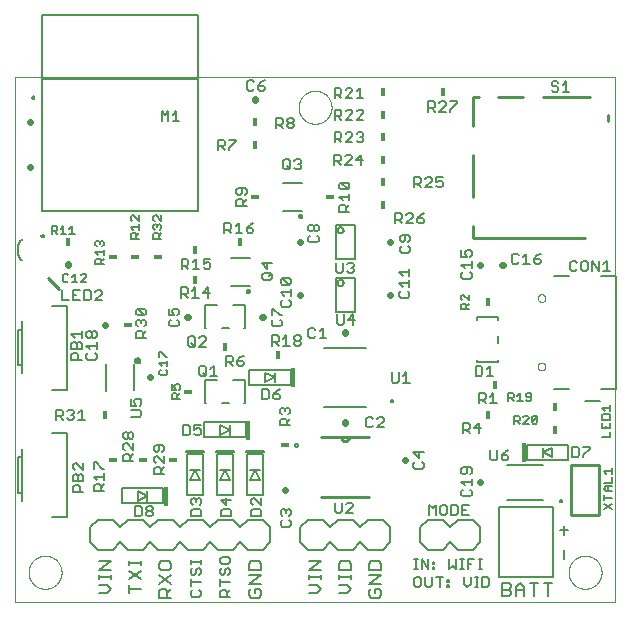
<source format=gto>
G75*
%MOIN*%
%OFA0B0*%
%FSLAX25Y25*%
%IPPOS*%
%LPD*%
%AMOC8*
5,1,8,0,0,1.08239X$1,22.5*
%
%ADD10C,0.00000*%
%ADD11C,0.00800*%
%ADD12C,0.00600*%
%ADD13C,0.01000*%
%ADD14C,0.02200*%
%ADD15C,0.00500*%
%ADD16C,0.00787*%
%ADD17R,0.01800X0.03000*%
%ADD18R,0.03000X0.01800*%
%ADD19C,0.00806*%
D10*
X0002500Y0080658D02*
X0202500Y0080658D01*
X0202500Y0255658D01*
X0002500Y0255658D01*
X0002500Y0080658D01*
X0006988Y0090658D02*
X0006990Y0090806D01*
X0006996Y0090954D01*
X0007006Y0091102D01*
X0007020Y0091249D01*
X0007038Y0091396D01*
X0007059Y0091542D01*
X0007085Y0091688D01*
X0007115Y0091833D01*
X0007148Y0091977D01*
X0007186Y0092120D01*
X0007227Y0092262D01*
X0007272Y0092403D01*
X0007320Y0092543D01*
X0007373Y0092682D01*
X0007429Y0092819D01*
X0007489Y0092954D01*
X0007552Y0093088D01*
X0007619Y0093220D01*
X0007690Y0093350D01*
X0007764Y0093478D01*
X0007841Y0093604D01*
X0007922Y0093728D01*
X0008006Y0093850D01*
X0008093Y0093969D01*
X0008184Y0094086D01*
X0008278Y0094201D01*
X0008374Y0094313D01*
X0008474Y0094423D01*
X0008576Y0094529D01*
X0008682Y0094633D01*
X0008790Y0094734D01*
X0008901Y0094832D01*
X0009014Y0094928D01*
X0009130Y0095020D01*
X0009248Y0095109D01*
X0009369Y0095194D01*
X0009492Y0095277D01*
X0009617Y0095356D01*
X0009744Y0095432D01*
X0009873Y0095504D01*
X0010004Y0095573D01*
X0010137Y0095638D01*
X0010272Y0095699D01*
X0010408Y0095757D01*
X0010545Y0095812D01*
X0010684Y0095862D01*
X0010825Y0095909D01*
X0010966Y0095952D01*
X0011109Y0095992D01*
X0011253Y0096027D01*
X0011397Y0096059D01*
X0011543Y0096086D01*
X0011689Y0096110D01*
X0011836Y0096130D01*
X0011983Y0096146D01*
X0012130Y0096158D01*
X0012278Y0096166D01*
X0012426Y0096170D01*
X0012574Y0096170D01*
X0012722Y0096166D01*
X0012870Y0096158D01*
X0013017Y0096146D01*
X0013164Y0096130D01*
X0013311Y0096110D01*
X0013457Y0096086D01*
X0013603Y0096059D01*
X0013747Y0096027D01*
X0013891Y0095992D01*
X0014034Y0095952D01*
X0014175Y0095909D01*
X0014316Y0095862D01*
X0014455Y0095812D01*
X0014592Y0095757D01*
X0014728Y0095699D01*
X0014863Y0095638D01*
X0014996Y0095573D01*
X0015127Y0095504D01*
X0015256Y0095432D01*
X0015383Y0095356D01*
X0015508Y0095277D01*
X0015631Y0095194D01*
X0015752Y0095109D01*
X0015870Y0095020D01*
X0015986Y0094928D01*
X0016099Y0094832D01*
X0016210Y0094734D01*
X0016318Y0094633D01*
X0016424Y0094529D01*
X0016526Y0094423D01*
X0016626Y0094313D01*
X0016722Y0094201D01*
X0016816Y0094086D01*
X0016907Y0093969D01*
X0016994Y0093850D01*
X0017078Y0093728D01*
X0017159Y0093604D01*
X0017236Y0093478D01*
X0017310Y0093350D01*
X0017381Y0093220D01*
X0017448Y0093088D01*
X0017511Y0092954D01*
X0017571Y0092819D01*
X0017627Y0092682D01*
X0017680Y0092543D01*
X0017728Y0092403D01*
X0017773Y0092262D01*
X0017814Y0092120D01*
X0017852Y0091977D01*
X0017885Y0091833D01*
X0017915Y0091688D01*
X0017941Y0091542D01*
X0017962Y0091396D01*
X0017980Y0091249D01*
X0017994Y0091102D01*
X0018004Y0090954D01*
X0018010Y0090806D01*
X0018012Y0090658D01*
X0018010Y0090510D01*
X0018004Y0090362D01*
X0017994Y0090214D01*
X0017980Y0090067D01*
X0017962Y0089920D01*
X0017941Y0089774D01*
X0017915Y0089628D01*
X0017885Y0089483D01*
X0017852Y0089339D01*
X0017814Y0089196D01*
X0017773Y0089054D01*
X0017728Y0088913D01*
X0017680Y0088773D01*
X0017627Y0088634D01*
X0017571Y0088497D01*
X0017511Y0088362D01*
X0017448Y0088228D01*
X0017381Y0088096D01*
X0017310Y0087966D01*
X0017236Y0087838D01*
X0017159Y0087712D01*
X0017078Y0087588D01*
X0016994Y0087466D01*
X0016907Y0087347D01*
X0016816Y0087230D01*
X0016722Y0087115D01*
X0016626Y0087003D01*
X0016526Y0086893D01*
X0016424Y0086787D01*
X0016318Y0086683D01*
X0016210Y0086582D01*
X0016099Y0086484D01*
X0015986Y0086388D01*
X0015870Y0086296D01*
X0015752Y0086207D01*
X0015631Y0086122D01*
X0015508Y0086039D01*
X0015383Y0085960D01*
X0015256Y0085884D01*
X0015127Y0085812D01*
X0014996Y0085743D01*
X0014863Y0085678D01*
X0014728Y0085617D01*
X0014592Y0085559D01*
X0014455Y0085504D01*
X0014316Y0085454D01*
X0014175Y0085407D01*
X0014034Y0085364D01*
X0013891Y0085324D01*
X0013747Y0085289D01*
X0013603Y0085257D01*
X0013457Y0085230D01*
X0013311Y0085206D01*
X0013164Y0085186D01*
X0013017Y0085170D01*
X0012870Y0085158D01*
X0012722Y0085150D01*
X0012574Y0085146D01*
X0012426Y0085146D01*
X0012278Y0085150D01*
X0012130Y0085158D01*
X0011983Y0085170D01*
X0011836Y0085186D01*
X0011689Y0085206D01*
X0011543Y0085230D01*
X0011397Y0085257D01*
X0011253Y0085289D01*
X0011109Y0085324D01*
X0010966Y0085364D01*
X0010825Y0085407D01*
X0010684Y0085454D01*
X0010545Y0085504D01*
X0010408Y0085559D01*
X0010272Y0085617D01*
X0010137Y0085678D01*
X0010004Y0085743D01*
X0009873Y0085812D01*
X0009744Y0085884D01*
X0009617Y0085960D01*
X0009492Y0086039D01*
X0009369Y0086122D01*
X0009248Y0086207D01*
X0009130Y0086296D01*
X0009014Y0086388D01*
X0008901Y0086484D01*
X0008790Y0086582D01*
X0008682Y0086683D01*
X0008576Y0086787D01*
X0008474Y0086893D01*
X0008374Y0087003D01*
X0008278Y0087115D01*
X0008184Y0087230D01*
X0008093Y0087347D01*
X0008006Y0087466D01*
X0007922Y0087588D01*
X0007841Y0087712D01*
X0007764Y0087838D01*
X0007690Y0087966D01*
X0007619Y0088096D01*
X0007552Y0088228D01*
X0007489Y0088362D01*
X0007429Y0088497D01*
X0007373Y0088634D01*
X0007320Y0088773D01*
X0007272Y0088913D01*
X0007227Y0089054D01*
X0007186Y0089196D01*
X0007148Y0089339D01*
X0007115Y0089483D01*
X0007085Y0089628D01*
X0007059Y0089774D01*
X0007038Y0089920D01*
X0007020Y0090067D01*
X0007006Y0090214D01*
X0006996Y0090362D01*
X0006990Y0090510D01*
X0006988Y0090658D01*
X0096988Y0245658D02*
X0096990Y0245806D01*
X0096996Y0245954D01*
X0097006Y0246102D01*
X0097020Y0246249D01*
X0097038Y0246396D01*
X0097059Y0246542D01*
X0097085Y0246688D01*
X0097115Y0246833D01*
X0097148Y0246977D01*
X0097186Y0247120D01*
X0097227Y0247262D01*
X0097272Y0247403D01*
X0097320Y0247543D01*
X0097373Y0247682D01*
X0097429Y0247819D01*
X0097489Y0247954D01*
X0097552Y0248088D01*
X0097619Y0248220D01*
X0097690Y0248350D01*
X0097764Y0248478D01*
X0097841Y0248604D01*
X0097922Y0248728D01*
X0098006Y0248850D01*
X0098093Y0248969D01*
X0098184Y0249086D01*
X0098278Y0249201D01*
X0098374Y0249313D01*
X0098474Y0249423D01*
X0098576Y0249529D01*
X0098682Y0249633D01*
X0098790Y0249734D01*
X0098901Y0249832D01*
X0099014Y0249928D01*
X0099130Y0250020D01*
X0099248Y0250109D01*
X0099369Y0250194D01*
X0099492Y0250277D01*
X0099617Y0250356D01*
X0099744Y0250432D01*
X0099873Y0250504D01*
X0100004Y0250573D01*
X0100137Y0250638D01*
X0100272Y0250699D01*
X0100408Y0250757D01*
X0100545Y0250812D01*
X0100684Y0250862D01*
X0100825Y0250909D01*
X0100966Y0250952D01*
X0101109Y0250992D01*
X0101253Y0251027D01*
X0101397Y0251059D01*
X0101543Y0251086D01*
X0101689Y0251110D01*
X0101836Y0251130D01*
X0101983Y0251146D01*
X0102130Y0251158D01*
X0102278Y0251166D01*
X0102426Y0251170D01*
X0102574Y0251170D01*
X0102722Y0251166D01*
X0102870Y0251158D01*
X0103017Y0251146D01*
X0103164Y0251130D01*
X0103311Y0251110D01*
X0103457Y0251086D01*
X0103603Y0251059D01*
X0103747Y0251027D01*
X0103891Y0250992D01*
X0104034Y0250952D01*
X0104175Y0250909D01*
X0104316Y0250862D01*
X0104455Y0250812D01*
X0104592Y0250757D01*
X0104728Y0250699D01*
X0104863Y0250638D01*
X0104996Y0250573D01*
X0105127Y0250504D01*
X0105256Y0250432D01*
X0105383Y0250356D01*
X0105508Y0250277D01*
X0105631Y0250194D01*
X0105752Y0250109D01*
X0105870Y0250020D01*
X0105986Y0249928D01*
X0106099Y0249832D01*
X0106210Y0249734D01*
X0106318Y0249633D01*
X0106424Y0249529D01*
X0106526Y0249423D01*
X0106626Y0249313D01*
X0106722Y0249201D01*
X0106816Y0249086D01*
X0106907Y0248969D01*
X0106994Y0248850D01*
X0107078Y0248728D01*
X0107159Y0248604D01*
X0107236Y0248478D01*
X0107310Y0248350D01*
X0107381Y0248220D01*
X0107448Y0248088D01*
X0107511Y0247954D01*
X0107571Y0247819D01*
X0107627Y0247682D01*
X0107680Y0247543D01*
X0107728Y0247403D01*
X0107773Y0247262D01*
X0107814Y0247120D01*
X0107852Y0246977D01*
X0107885Y0246833D01*
X0107915Y0246688D01*
X0107941Y0246542D01*
X0107962Y0246396D01*
X0107980Y0246249D01*
X0107994Y0246102D01*
X0108004Y0245954D01*
X0108010Y0245806D01*
X0108012Y0245658D01*
X0108010Y0245510D01*
X0108004Y0245362D01*
X0107994Y0245214D01*
X0107980Y0245067D01*
X0107962Y0244920D01*
X0107941Y0244774D01*
X0107915Y0244628D01*
X0107885Y0244483D01*
X0107852Y0244339D01*
X0107814Y0244196D01*
X0107773Y0244054D01*
X0107728Y0243913D01*
X0107680Y0243773D01*
X0107627Y0243634D01*
X0107571Y0243497D01*
X0107511Y0243362D01*
X0107448Y0243228D01*
X0107381Y0243096D01*
X0107310Y0242966D01*
X0107236Y0242838D01*
X0107159Y0242712D01*
X0107078Y0242588D01*
X0106994Y0242466D01*
X0106907Y0242347D01*
X0106816Y0242230D01*
X0106722Y0242115D01*
X0106626Y0242003D01*
X0106526Y0241893D01*
X0106424Y0241787D01*
X0106318Y0241683D01*
X0106210Y0241582D01*
X0106099Y0241484D01*
X0105986Y0241388D01*
X0105870Y0241296D01*
X0105752Y0241207D01*
X0105631Y0241122D01*
X0105508Y0241039D01*
X0105383Y0240960D01*
X0105256Y0240884D01*
X0105127Y0240812D01*
X0104996Y0240743D01*
X0104863Y0240678D01*
X0104728Y0240617D01*
X0104592Y0240559D01*
X0104455Y0240504D01*
X0104316Y0240454D01*
X0104175Y0240407D01*
X0104034Y0240364D01*
X0103891Y0240324D01*
X0103747Y0240289D01*
X0103603Y0240257D01*
X0103457Y0240230D01*
X0103311Y0240206D01*
X0103164Y0240186D01*
X0103017Y0240170D01*
X0102870Y0240158D01*
X0102722Y0240150D01*
X0102574Y0240146D01*
X0102426Y0240146D01*
X0102278Y0240150D01*
X0102130Y0240158D01*
X0101983Y0240170D01*
X0101836Y0240186D01*
X0101689Y0240206D01*
X0101543Y0240230D01*
X0101397Y0240257D01*
X0101253Y0240289D01*
X0101109Y0240324D01*
X0100966Y0240364D01*
X0100825Y0240407D01*
X0100684Y0240454D01*
X0100545Y0240504D01*
X0100408Y0240559D01*
X0100272Y0240617D01*
X0100137Y0240678D01*
X0100004Y0240743D01*
X0099873Y0240812D01*
X0099744Y0240884D01*
X0099617Y0240960D01*
X0099492Y0241039D01*
X0099369Y0241122D01*
X0099248Y0241207D01*
X0099130Y0241296D01*
X0099014Y0241388D01*
X0098901Y0241484D01*
X0098790Y0241582D01*
X0098682Y0241683D01*
X0098576Y0241787D01*
X0098474Y0241893D01*
X0098374Y0242003D01*
X0098278Y0242115D01*
X0098184Y0242230D01*
X0098093Y0242347D01*
X0098006Y0242466D01*
X0097922Y0242588D01*
X0097841Y0242712D01*
X0097764Y0242838D01*
X0097690Y0242966D01*
X0097619Y0243096D01*
X0097552Y0243228D01*
X0097489Y0243362D01*
X0097429Y0243497D01*
X0097373Y0243634D01*
X0097320Y0243773D01*
X0097272Y0243913D01*
X0097227Y0244054D01*
X0097186Y0244196D01*
X0097148Y0244339D01*
X0097115Y0244483D01*
X0097085Y0244628D01*
X0097059Y0244774D01*
X0097038Y0244920D01*
X0097020Y0245067D01*
X0097006Y0245214D01*
X0096996Y0245362D01*
X0096990Y0245510D01*
X0096988Y0245658D01*
X0176732Y0182036D02*
X0176734Y0182107D01*
X0176740Y0182178D01*
X0176750Y0182249D01*
X0176764Y0182318D01*
X0176781Y0182387D01*
X0176803Y0182455D01*
X0176828Y0182522D01*
X0176857Y0182587D01*
X0176889Y0182650D01*
X0176925Y0182712D01*
X0176964Y0182771D01*
X0177007Y0182828D01*
X0177052Y0182883D01*
X0177101Y0182935D01*
X0177152Y0182984D01*
X0177206Y0183030D01*
X0177263Y0183074D01*
X0177321Y0183114D01*
X0177382Y0183150D01*
X0177445Y0183184D01*
X0177510Y0183213D01*
X0177576Y0183239D01*
X0177644Y0183262D01*
X0177712Y0183280D01*
X0177782Y0183295D01*
X0177852Y0183306D01*
X0177923Y0183313D01*
X0177994Y0183316D01*
X0178065Y0183315D01*
X0178136Y0183310D01*
X0178207Y0183301D01*
X0178277Y0183288D01*
X0178346Y0183272D01*
X0178414Y0183251D01*
X0178481Y0183227D01*
X0178547Y0183199D01*
X0178610Y0183167D01*
X0178672Y0183132D01*
X0178732Y0183094D01*
X0178790Y0183052D01*
X0178845Y0183008D01*
X0178898Y0182960D01*
X0178948Y0182909D01*
X0178995Y0182856D01*
X0179039Y0182800D01*
X0179080Y0182742D01*
X0179118Y0182681D01*
X0179152Y0182619D01*
X0179182Y0182554D01*
X0179209Y0182489D01*
X0179233Y0182421D01*
X0179252Y0182353D01*
X0179268Y0182284D01*
X0179280Y0182213D01*
X0179288Y0182143D01*
X0179292Y0182072D01*
X0179292Y0182000D01*
X0179288Y0181929D01*
X0179280Y0181859D01*
X0179268Y0181788D01*
X0179252Y0181719D01*
X0179233Y0181651D01*
X0179209Y0181583D01*
X0179182Y0181518D01*
X0179152Y0181453D01*
X0179118Y0181391D01*
X0179080Y0181330D01*
X0179039Y0181272D01*
X0178995Y0181216D01*
X0178948Y0181163D01*
X0178898Y0181112D01*
X0178845Y0181064D01*
X0178790Y0181020D01*
X0178732Y0180978D01*
X0178672Y0180940D01*
X0178610Y0180905D01*
X0178547Y0180873D01*
X0178481Y0180845D01*
X0178414Y0180821D01*
X0178346Y0180800D01*
X0178277Y0180784D01*
X0178207Y0180771D01*
X0178136Y0180762D01*
X0178065Y0180757D01*
X0177994Y0180756D01*
X0177923Y0180759D01*
X0177852Y0180766D01*
X0177782Y0180777D01*
X0177712Y0180792D01*
X0177644Y0180810D01*
X0177576Y0180833D01*
X0177510Y0180859D01*
X0177445Y0180888D01*
X0177382Y0180922D01*
X0177321Y0180958D01*
X0177263Y0180998D01*
X0177206Y0181042D01*
X0177152Y0181088D01*
X0177101Y0181137D01*
X0177052Y0181189D01*
X0177007Y0181244D01*
X0176964Y0181301D01*
X0176925Y0181360D01*
X0176889Y0181422D01*
X0176857Y0181485D01*
X0176828Y0181550D01*
X0176803Y0181617D01*
X0176781Y0181685D01*
X0176764Y0181754D01*
X0176750Y0181823D01*
X0176740Y0181894D01*
X0176734Y0181965D01*
X0176732Y0182036D01*
X0176732Y0159280D02*
X0176734Y0159351D01*
X0176740Y0159422D01*
X0176750Y0159493D01*
X0176764Y0159562D01*
X0176781Y0159631D01*
X0176803Y0159699D01*
X0176828Y0159766D01*
X0176857Y0159831D01*
X0176889Y0159894D01*
X0176925Y0159956D01*
X0176964Y0160015D01*
X0177007Y0160072D01*
X0177052Y0160127D01*
X0177101Y0160179D01*
X0177152Y0160228D01*
X0177206Y0160274D01*
X0177263Y0160318D01*
X0177321Y0160358D01*
X0177382Y0160394D01*
X0177445Y0160428D01*
X0177510Y0160457D01*
X0177576Y0160483D01*
X0177644Y0160506D01*
X0177712Y0160524D01*
X0177782Y0160539D01*
X0177852Y0160550D01*
X0177923Y0160557D01*
X0177994Y0160560D01*
X0178065Y0160559D01*
X0178136Y0160554D01*
X0178207Y0160545D01*
X0178277Y0160532D01*
X0178346Y0160516D01*
X0178414Y0160495D01*
X0178481Y0160471D01*
X0178547Y0160443D01*
X0178610Y0160411D01*
X0178672Y0160376D01*
X0178732Y0160338D01*
X0178790Y0160296D01*
X0178845Y0160252D01*
X0178898Y0160204D01*
X0178948Y0160153D01*
X0178995Y0160100D01*
X0179039Y0160044D01*
X0179080Y0159986D01*
X0179118Y0159925D01*
X0179152Y0159863D01*
X0179182Y0159798D01*
X0179209Y0159733D01*
X0179233Y0159665D01*
X0179252Y0159597D01*
X0179268Y0159528D01*
X0179280Y0159457D01*
X0179288Y0159387D01*
X0179292Y0159316D01*
X0179292Y0159244D01*
X0179288Y0159173D01*
X0179280Y0159103D01*
X0179268Y0159032D01*
X0179252Y0158963D01*
X0179233Y0158895D01*
X0179209Y0158827D01*
X0179182Y0158762D01*
X0179152Y0158697D01*
X0179118Y0158635D01*
X0179080Y0158574D01*
X0179039Y0158516D01*
X0178995Y0158460D01*
X0178948Y0158407D01*
X0178898Y0158356D01*
X0178845Y0158308D01*
X0178790Y0158264D01*
X0178732Y0158222D01*
X0178672Y0158184D01*
X0178610Y0158149D01*
X0178547Y0158117D01*
X0178481Y0158089D01*
X0178414Y0158065D01*
X0178346Y0158044D01*
X0178277Y0158028D01*
X0178207Y0158015D01*
X0178136Y0158006D01*
X0178065Y0158001D01*
X0177994Y0158000D01*
X0177923Y0158003D01*
X0177852Y0158010D01*
X0177782Y0158021D01*
X0177712Y0158036D01*
X0177644Y0158054D01*
X0177576Y0158077D01*
X0177510Y0158103D01*
X0177445Y0158132D01*
X0177382Y0158166D01*
X0177321Y0158202D01*
X0177263Y0158242D01*
X0177206Y0158286D01*
X0177152Y0158332D01*
X0177101Y0158381D01*
X0177052Y0158433D01*
X0177007Y0158488D01*
X0176964Y0158545D01*
X0176925Y0158604D01*
X0176889Y0158666D01*
X0176857Y0158729D01*
X0176828Y0158794D01*
X0176803Y0158861D01*
X0176781Y0158929D01*
X0176764Y0158998D01*
X0176750Y0159067D01*
X0176740Y0159138D01*
X0176734Y0159209D01*
X0176732Y0159280D01*
X0186988Y0090658D02*
X0186990Y0090806D01*
X0186996Y0090954D01*
X0187006Y0091102D01*
X0187020Y0091249D01*
X0187038Y0091396D01*
X0187059Y0091542D01*
X0187085Y0091688D01*
X0187115Y0091833D01*
X0187148Y0091977D01*
X0187186Y0092120D01*
X0187227Y0092262D01*
X0187272Y0092403D01*
X0187320Y0092543D01*
X0187373Y0092682D01*
X0187429Y0092819D01*
X0187489Y0092954D01*
X0187552Y0093088D01*
X0187619Y0093220D01*
X0187690Y0093350D01*
X0187764Y0093478D01*
X0187841Y0093604D01*
X0187922Y0093728D01*
X0188006Y0093850D01*
X0188093Y0093969D01*
X0188184Y0094086D01*
X0188278Y0094201D01*
X0188374Y0094313D01*
X0188474Y0094423D01*
X0188576Y0094529D01*
X0188682Y0094633D01*
X0188790Y0094734D01*
X0188901Y0094832D01*
X0189014Y0094928D01*
X0189130Y0095020D01*
X0189248Y0095109D01*
X0189369Y0095194D01*
X0189492Y0095277D01*
X0189617Y0095356D01*
X0189744Y0095432D01*
X0189873Y0095504D01*
X0190004Y0095573D01*
X0190137Y0095638D01*
X0190272Y0095699D01*
X0190408Y0095757D01*
X0190545Y0095812D01*
X0190684Y0095862D01*
X0190825Y0095909D01*
X0190966Y0095952D01*
X0191109Y0095992D01*
X0191253Y0096027D01*
X0191397Y0096059D01*
X0191543Y0096086D01*
X0191689Y0096110D01*
X0191836Y0096130D01*
X0191983Y0096146D01*
X0192130Y0096158D01*
X0192278Y0096166D01*
X0192426Y0096170D01*
X0192574Y0096170D01*
X0192722Y0096166D01*
X0192870Y0096158D01*
X0193017Y0096146D01*
X0193164Y0096130D01*
X0193311Y0096110D01*
X0193457Y0096086D01*
X0193603Y0096059D01*
X0193747Y0096027D01*
X0193891Y0095992D01*
X0194034Y0095952D01*
X0194175Y0095909D01*
X0194316Y0095862D01*
X0194455Y0095812D01*
X0194592Y0095757D01*
X0194728Y0095699D01*
X0194863Y0095638D01*
X0194996Y0095573D01*
X0195127Y0095504D01*
X0195256Y0095432D01*
X0195383Y0095356D01*
X0195508Y0095277D01*
X0195631Y0095194D01*
X0195752Y0095109D01*
X0195870Y0095020D01*
X0195986Y0094928D01*
X0196099Y0094832D01*
X0196210Y0094734D01*
X0196318Y0094633D01*
X0196424Y0094529D01*
X0196526Y0094423D01*
X0196626Y0094313D01*
X0196722Y0094201D01*
X0196816Y0094086D01*
X0196907Y0093969D01*
X0196994Y0093850D01*
X0197078Y0093728D01*
X0197159Y0093604D01*
X0197236Y0093478D01*
X0197310Y0093350D01*
X0197381Y0093220D01*
X0197448Y0093088D01*
X0197511Y0092954D01*
X0197571Y0092819D01*
X0197627Y0092682D01*
X0197680Y0092543D01*
X0197728Y0092403D01*
X0197773Y0092262D01*
X0197814Y0092120D01*
X0197852Y0091977D01*
X0197885Y0091833D01*
X0197915Y0091688D01*
X0197941Y0091542D01*
X0197962Y0091396D01*
X0197980Y0091249D01*
X0197994Y0091102D01*
X0198004Y0090954D01*
X0198010Y0090806D01*
X0198012Y0090658D01*
X0198010Y0090510D01*
X0198004Y0090362D01*
X0197994Y0090214D01*
X0197980Y0090067D01*
X0197962Y0089920D01*
X0197941Y0089774D01*
X0197915Y0089628D01*
X0197885Y0089483D01*
X0197852Y0089339D01*
X0197814Y0089196D01*
X0197773Y0089054D01*
X0197728Y0088913D01*
X0197680Y0088773D01*
X0197627Y0088634D01*
X0197571Y0088497D01*
X0197511Y0088362D01*
X0197448Y0088228D01*
X0197381Y0088096D01*
X0197310Y0087966D01*
X0197236Y0087838D01*
X0197159Y0087712D01*
X0197078Y0087588D01*
X0196994Y0087466D01*
X0196907Y0087347D01*
X0196816Y0087230D01*
X0196722Y0087115D01*
X0196626Y0087003D01*
X0196526Y0086893D01*
X0196424Y0086787D01*
X0196318Y0086683D01*
X0196210Y0086582D01*
X0196099Y0086484D01*
X0195986Y0086388D01*
X0195870Y0086296D01*
X0195752Y0086207D01*
X0195631Y0086122D01*
X0195508Y0086039D01*
X0195383Y0085960D01*
X0195256Y0085884D01*
X0195127Y0085812D01*
X0194996Y0085743D01*
X0194863Y0085678D01*
X0194728Y0085617D01*
X0194592Y0085559D01*
X0194455Y0085504D01*
X0194316Y0085454D01*
X0194175Y0085407D01*
X0194034Y0085364D01*
X0193891Y0085324D01*
X0193747Y0085289D01*
X0193603Y0085257D01*
X0193457Y0085230D01*
X0193311Y0085206D01*
X0193164Y0085186D01*
X0193017Y0085170D01*
X0192870Y0085158D01*
X0192722Y0085150D01*
X0192574Y0085146D01*
X0192426Y0085146D01*
X0192278Y0085150D01*
X0192130Y0085158D01*
X0191983Y0085170D01*
X0191836Y0085186D01*
X0191689Y0085206D01*
X0191543Y0085230D01*
X0191397Y0085257D01*
X0191253Y0085289D01*
X0191109Y0085324D01*
X0190966Y0085364D01*
X0190825Y0085407D01*
X0190684Y0085454D01*
X0190545Y0085504D01*
X0190408Y0085559D01*
X0190272Y0085617D01*
X0190137Y0085678D01*
X0190004Y0085743D01*
X0189873Y0085812D01*
X0189744Y0085884D01*
X0189617Y0085960D01*
X0189492Y0086039D01*
X0189369Y0086122D01*
X0189248Y0086207D01*
X0189130Y0086296D01*
X0189014Y0086388D01*
X0188901Y0086484D01*
X0188790Y0086582D01*
X0188682Y0086683D01*
X0188576Y0086787D01*
X0188474Y0086893D01*
X0188374Y0087003D01*
X0188278Y0087115D01*
X0188184Y0087230D01*
X0188093Y0087347D01*
X0188006Y0087466D01*
X0187922Y0087588D01*
X0187841Y0087712D01*
X0187764Y0087838D01*
X0187690Y0087966D01*
X0187619Y0088096D01*
X0187552Y0088228D01*
X0187489Y0088362D01*
X0187429Y0088497D01*
X0187373Y0088634D01*
X0187320Y0088773D01*
X0187272Y0088913D01*
X0187227Y0089054D01*
X0187186Y0089196D01*
X0187148Y0089339D01*
X0187115Y0089483D01*
X0187085Y0089628D01*
X0187059Y0089774D01*
X0187038Y0089920D01*
X0187020Y0090067D01*
X0187006Y0090214D01*
X0186996Y0090362D01*
X0186990Y0090510D01*
X0186988Y0090658D01*
D11*
X0185498Y0095204D02*
X0185498Y0098007D01*
X0185498Y0103204D02*
X0185498Y0106007D01*
X0184097Y0104605D02*
X0186899Y0104605D01*
X0181514Y0087012D02*
X0178712Y0087012D01*
X0180113Y0087012D02*
X0180113Y0082808D01*
X0175509Y0082808D02*
X0175509Y0087012D01*
X0174108Y0087012D02*
X0176910Y0087012D01*
X0172306Y0085611D02*
X0172306Y0082808D01*
X0172306Y0084910D02*
X0169504Y0084910D01*
X0169504Y0085611D02*
X0170905Y0087012D01*
X0172306Y0085611D01*
X0169504Y0085611D02*
X0169504Y0082808D01*
X0167702Y0083509D02*
X0167702Y0084209D01*
X0167002Y0084910D01*
X0164900Y0084910D01*
X0164900Y0082808D02*
X0164900Y0087012D01*
X0167002Y0087012D01*
X0167702Y0086311D01*
X0167702Y0085611D01*
X0167002Y0084910D01*
X0167702Y0083509D02*
X0167002Y0082808D01*
X0164900Y0082808D01*
X0155000Y0098158D02*
X0157500Y0100658D01*
X0157500Y0105658D01*
X0155000Y0108158D01*
X0150000Y0108158D01*
X0147500Y0105658D01*
X0145000Y0108158D01*
X0140000Y0108158D01*
X0137500Y0105658D01*
X0137500Y0100658D01*
X0140000Y0098158D01*
X0145000Y0098158D01*
X0147500Y0100658D01*
X0150000Y0098158D01*
X0155000Y0098158D01*
X0171929Y0127705D02*
X0171929Y0133611D01*
X0172520Y0133611D02*
X0172520Y0127705D01*
X0173110Y0128099D02*
X0173110Y0133217D01*
X0186890Y0133217D01*
X0186890Y0128099D01*
X0173110Y0128099D01*
X0127500Y0105658D02*
X0127500Y0100658D01*
X0125000Y0098158D01*
X0120000Y0098158D01*
X0117500Y0100658D01*
X0115000Y0098158D01*
X0110000Y0098158D01*
X0107500Y0100658D01*
X0105000Y0098158D01*
X0100000Y0098158D01*
X0097500Y0100658D01*
X0097500Y0105658D01*
X0100000Y0108158D01*
X0105000Y0108158D01*
X0107500Y0105658D01*
X0110000Y0108158D01*
X0115000Y0108158D01*
X0117500Y0105658D01*
X0120000Y0108158D01*
X0125000Y0108158D01*
X0127500Y0105658D01*
X0123899Y0094257D02*
X0121097Y0094257D01*
X0120396Y0093556D01*
X0120396Y0091454D01*
X0124600Y0091454D01*
X0124600Y0093556D01*
X0123899Y0094257D01*
X0124600Y0089653D02*
X0120396Y0089653D01*
X0120396Y0086850D02*
X0124600Y0089653D01*
X0124600Y0086850D02*
X0120396Y0086850D01*
X0121097Y0085049D02*
X0120396Y0084348D01*
X0120396Y0082947D01*
X0121097Y0082246D01*
X0123899Y0082246D01*
X0124600Y0082947D01*
X0124600Y0084348D01*
X0123899Y0085049D01*
X0122498Y0085049D01*
X0122498Y0083648D01*
X0114600Y0085182D02*
X0113199Y0086583D01*
X0110396Y0086583D01*
X0110396Y0088385D02*
X0110396Y0089786D01*
X0110396Y0089086D02*
X0114600Y0089086D01*
X0114600Y0089786D02*
X0114600Y0088385D01*
X0114600Y0091454D02*
X0114600Y0093556D01*
X0113899Y0094257D01*
X0111097Y0094257D01*
X0110396Y0093556D01*
X0110396Y0091454D01*
X0114600Y0091454D01*
X0114600Y0085182D02*
X0113199Y0083781D01*
X0110396Y0083781D01*
X0104600Y0085182D02*
X0103199Y0086583D01*
X0100396Y0086583D01*
X0100396Y0088385D02*
X0100396Y0089786D01*
X0100396Y0089086D02*
X0104600Y0089086D01*
X0104600Y0089786D02*
X0104600Y0088385D01*
X0104600Y0091454D02*
X0100396Y0091454D01*
X0104600Y0094257D01*
X0100396Y0094257D01*
X0104600Y0085182D02*
X0103199Y0083781D01*
X0100396Y0083781D01*
X0085000Y0098158D02*
X0087500Y0100658D01*
X0087500Y0105658D01*
X0085000Y0108158D01*
X0080000Y0108158D01*
X0077500Y0105658D01*
X0075000Y0108158D01*
X0070000Y0108158D01*
X0067500Y0105658D01*
X0065000Y0108158D01*
X0060000Y0108158D01*
X0057500Y0105658D01*
X0055000Y0108158D01*
X0050000Y0108158D01*
X0047500Y0105658D01*
X0045000Y0108158D01*
X0040000Y0108158D01*
X0037500Y0105658D01*
X0035000Y0108158D01*
X0030000Y0108158D01*
X0027500Y0105658D01*
X0027500Y0100658D01*
X0030000Y0098158D01*
X0035000Y0098158D01*
X0037500Y0100658D01*
X0040000Y0098158D01*
X0045000Y0098158D01*
X0047500Y0100658D01*
X0050000Y0098158D01*
X0055000Y0098158D01*
X0057500Y0100658D01*
X0060000Y0098158D01*
X0065000Y0098158D01*
X0067500Y0100658D01*
X0070000Y0098158D01*
X0075000Y0098158D01*
X0077500Y0100658D01*
X0080000Y0098158D01*
X0085000Y0098158D01*
X0083899Y0094257D02*
X0081097Y0094257D01*
X0080396Y0093556D01*
X0080396Y0091454D01*
X0084600Y0091454D01*
X0084600Y0093556D01*
X0083899Y0094257D01*
X0084600Y0089653D02*
X0080396Y0089653D01*
X0080396Y0086850D02*
X0084600Y0089653D01*
X0084600Y0086850D02*
X0080396Y0086850D01*
X0081097Y0085049D02*
X0080396Y0084348D01*
X0080396Y0082947D01*
X0081097Y0082246D01*
X0083899Y0082246D01*
X0084600Y0082947D01*
X0084600Y0084348D01*
X0083899Y0085049D01*
X0082498Y0085049D01*
X0082498Y0083648D01*
X0085059Y0116268D02*
X0079941Y0116268D01*
X0079941Y0130048D01*
X0085059Y0130048D01*
X0085059Y0116268D01*
X0075059Y0116268D02*
X0075059Y0130048D01*
X0069941Y0130048D01*
X0069941Y0116268D01*
X0075059Y0116268D01*
X0065059Y0116268D02*
X0065059Y0130048D01*
X0059941Y0130048D01*
X0059941Y0116268D01*
X0065059Y0116268D01*
X0065453Y0130638D02*
X0059547Y0130638D01*
X0059547Y0131229D02*
X0065453Y0131229D01*
X0065610Y0135599D02*
X0065610Y0140717D01*
X0079390Y0140717D01*
X0079390Y0135599D01*
X0065610Y0135599D01*
X0069547Y0131229D02*
X0075453Y0131229D01*
X0075453Y0130638D02*
X0069547Y0130638D01*
X0079547Y0130638D02*
X0085453Y0130638D01*
X0085453Y0131229D02*
X0079547Y0131229D01*
X0079980Y0135205D02*
X0079980Y0141111D01*
X0080571Y0141111D02*
X0080571Y0135205D01*
X0080610Y0153099D02*
X0080610Y0158217D01*
X0094390Y0158217D01*
X0094390Y0153099D01*
X0080610Y0153099D01*
X0094980Y0152705D02*
X0094980Y0158611D01*
X0095571Y0158611D02*
X0095571Y0152705D01*
X0079699Y0184359D02*
X0079701Y0184406D01*
X0079707Y0184452D01*
X0079716Y0184498D01*
X0079730Y0184542D01*
X0079747Y0184586D01*
X0079768Y0184627D01*
X0079792Y0184667D01*
X0079819Y0184705D01*
X0079850Y0184740D01*
X0079883Y0184773D01*
X0079919Y0184803D01*
X0079958Y0184829D01*
X0079998Y0184853D01*
X0080040Y0184872D01*
X0080084Y0184889D01*
X0080129Y0184901D01*
X0080175Y0184910D01*
X0080221Y0184915D01*
X0080268Y0184916D01*
X0080314Y0184913D01*
X0080360Y0184906D01*
X0080406Y0184895D01*
X0080450Y0184881D01*
X0080493Y0184863D01*
X0080534Y0184841D01*
X0080574Y0184816D01*
X0080611Y0184788D01*
X0080646Y0184757D01*
X0080678Y0184723D01*
X0080707Y0184686D01*
X0080732Y0184648D01*
X0080755Y0184607D01*
X0080774Y0184564D01*
X0080789Y0184520D01*
X0080801Y0184475D01*
X0080809Y0184429D01*
X0080813Y0184382D01*
X0080813Y0184336D01*
X0080809Y0184289D01*
X0080801Y0184243D01*
X0080789Y0184198D01*
X0080774Y0184154D01*
X0080755Y0184111D01*
X0080732Y0184070D01*
X0080707Y0184032D01*
X0080678Y0183995D01*
X0080646Y0183961D01*
X0080611Y0183930D01*
X0080574Y0183902D01*
X0080535Y0183877D01*
X0080493Y0183855D01*
X0080450Y0183837D01*
X0080406Y0183823D01*
X0080360Y0183812D01*
X0080314Y0183805D01*
X0080268Y0183802D01*
X0080221Y0183803D01*
X0080175Y0183808D01*
X0080129Y0183817D01*
X0080084Y0183829D01*
X0080040Y0183846D01*
X0079998Y0183865D01*
X0079958Y0183889D01*
X0079919Y0183915D01*
X0079883Y0183945D01*
X0079850Y0183978D01*
X0079819Y0184013D01*
X0079792Y0184051D01*
X0079768Y0184091D01*
X0079747Y0184132D01*
X0079730Y0184176D01*
X0079716Y0184220D01*
X0079707Y0184266D01*
X0079701Y0184312D01*
X0079699Y0184359D01*
X0080650Y0185934D02*
X0074350Y0185934D01*
X0074350Y0195383D02*
X0080650Y0195383D01*
X0091850Y0210934D02*
X0098150Y0210934D01*
X0097199Y0209359D02*
X0097201Y0209406D01*
X0097207Y0209452D01*
X0097216Y0209498D01*
X0097230Y0209542D01*
X0097247Y0209586D01*
X0097268Y0209627D01*
X0097292Y0209667D01*
X0097319Y0209705D01*
X0097350Y0209740D01*
X0097383Y0209773D01*
X0097419Y0209803D01*
X0097458Y0209829D01*
X0097498Y0209853D01*
X0097540Y0209872D01*
X0097584Y0209889D01*
X0097629Y0209901D01*
X0097675Y0209910D01*
X0097721Y0209915D01*
X0097768Y0209916D01*
X0097814Y0209913D01*
X0097860Y0209906D01*
X0097906Y0209895D01*
X0097950Y0209881D01*
X0097993Y0209863D01*
X0098034Y0209841D01*
X0098074Y0209816D01*
X0098111Y0209788D01*
X0098146Y0209757D01*
X0098178Y0209723D01*
X0098207Y0209686D01*
X0098232Y0209648D01*
X0098255Y0209607D01*
X0098274Y0209564D01*
X0098289Y0209520D01*
X0098301Y0209475D01*
X0098309Y0209429D01*
X0098313Y0209382D01*
X0098313Y0209336D01*
X0098309Y0209289D01*
X0098301Y0209243D01*
X0098289Y0209198D01*
X0098274Y0209154D01*
X0098255Y0209111D01*
X0098232Y0209070D01*
X0098207Y0209032D01*
X0098178Y0208995D01*
X0098146Y0208961D01*
X0098111Y0208930D01*
X0098074Y0208902D01*
X0098035Y0208877D01*
X0097993Y0208855D01*
X0097950Y0208837D01*
X0097906Y0208823D01*
X0097860Y0208812D01*
X0097814Y0208805D01*
X0097768Y0208802D01*
X0097721Y0208803D01*
X0097675Y0208808D01*
X0097629Y0208817D01*
X0097584Y0208829D01*
X0097540Y0208846D01*
X0097498Y0208865D01*
X0097458Y0208889D01*
X0097419Y0208915D01*
X0097383Y0208945D01*
X0097350Y0208978D01*
X0097319Y0209013D01*
X0097292Y0209051D01*
X0097268Y0209091D01*
X0097247Y0209132D01*
X0097230Y0209176D01*
X0097216Y0209220D01*
X0097207Y0209266D01*
X0097201Y0209312D01*
X0097199Y0209359D01*
X0098150Y0220383D02*
X0091850Y0220383D01*
X0053071Y0119111D02*
X0053071Y0113205D01*
X0052480Y0113205D02*
X0052480Y0119111D01*
X0051890Y0118717D02*
X0051890Y0113599D01*
X0038110Y0113599D01*
X0038110Y0118717D01*
X0051890Y0118717D01*
X0051097Y0094257D02*
X0050396Y0093556D01*
X0050396Y0092155D01*
X0051097Y0091454D01*
X0053899Y0091454D01*
X0054600Y0092155D01*
X0054600Y0093556D01*
X0053899Y0094257D01*
X0051097Y0094257D01*
X0050396Y0089653D02*
X0054600Y0086850D01*
X0054600Y0085049D02*
X0053199Y0083648D01*
X0053199Y0084348D02*
X0053199Y0082246D01*
X0054600Y0082246D02*
X0050396Y0082246D01*
X0050396Y0084348D01*
X0051097Y0085049D01*
X0052498Y0085049D01*
X0053199Y0084348D01*
X0050396Y0086850D02*
X0054600Y0089653D01*
X0044600Y0088385D02*
X0040396Y0091187D01*
X0040396Y0092989D02*
X0040396Y0094390D01*
X0040396Y0093689D02*
X0044600Y0093689D01*
X0044600Y0092989D02*
X0044600Y0094390D01*
X0044600Y0091187D02*
X0040396Y0088385D01*
X0040396Y0086583D02*
X0040396Y0083781D01*
X0040396Y0085182D02*
X0044600Y0085182D01*
X0034600Y0085182D02*
X0033199Y0086583D01*
X0030396Y0086583D01*
X0030396Y0088385D02*
X0030396Y0089786D01*
X0030396Y0089086D02*
X0034600Y0089086D01*
X0034600Y0089786D02*
X0034600Y0088385D01*
X0034600Y0091454D02*
X0030396Y0091454D01*
X0034600Y0094257D01*
X0030396Y0094257D01*
X0034600Y0085182D02*
X0033199Y0083781D01*
X0030396Y0083781D01*
D12*
X0042446Y0109352D02*
X0044147Y0109352D01*
X0044714Y0109919D01*
X0044714Y0112188D01*
X0044147Y0112755D01*
X0042446Y0112755D01*
X0042446Y0109352D01*
X0046129Y0109919D02*
X0046129Y0110486D01*
X0046696Y0111053D01*
X0047830Y0111053D01*
X0048397Y0110486D01*
X0048397Y0109919D01*
X0047830Y0109352D01*
X0046696Y0109352D01*
X0046129Y0109919D01*
X0046696Y0111053D02*
X0046129Y0111620D01*
X0046129Y0112188D01*
X0046696Y0112755D01*
X0047830Y0112755D01*
X0048397Y0112188D01*
X0048397Y0111620D01*
X0047830Y0111053D01*
X0048797Y0123409D02*
X0048797Y0125110D01*
X0049364Y0125677D01*
X0050499Y0125677D01*
X0051066Y0125110D01*
X0051066Y0123409D01*
X0051066Y0124543D02*
X0052200Y0125677D01*
X0052200Y0127092D02*
X0049931Y0129360D01*
X0049364Y0129360D01*
X0048797Y0128793D01*
X0048797Y0127659D01*
X0049364Y0127092D01*
X0052200Y0127092D02*
X0052200Y0129360D01*
X0051633Y0130775D02*
X0052200Y0131342D01*
X0052200Y0132476D01*
X0051633Y0133044D01*
X0049364Y0133044D01*
X0048797Y0132476D01*
X0048797Y0131342D01*
X0049364Y0130775D01*
X0049931Y0130775D01*
X0050499Y0131342D01*
X0050499Y0133044D01*
X0052200Y0123409D02*
X0048797Y0123409D01*
X0041950Y0127659D02*
X0038547Y0127659D01*
X0038547Y0129360D01*
X0039114Y0129927D01*
X0040249Y0129927D01*
X0040816Y0129360D01*
X0040816Y0127659D01*
X0040816Y0128793D02*
X0041950Y0129927D01*
X0041950Y0131342D02*
X0039681Y0133610D01*
X0039114Y0133610D01*
X0038547Y0133043D01*
X0038547Y0131909D01*
X0039114Y0131342D01*
X0041950Y0131342D02*
X0041950Y0133610D01*
X0041383Y0135025D02*
X0040816Y0135025D01*
X0040249Y0135592D01*
X0040249Y0136726D01*
X0040816Y0137294D01*
X0041383Y0137294D01*
X0041950Y0136726D01*
X0041950Y0135592D01*
X0041383Y0135025D01*
X0040249Y0135592D02*
X0039681Y0135025D01*
X0039114Y0135025D01*
X0038547Y0135592D01*
X0038547Y0136726D01*
X0039114Y0137294D01*
X0039681Y0137294D01*
X0040249Y0136726D01*
X0041171Y0142541D02*
X0044007Y0142541D01*
X0044574Y0143108D01*
X0044574Y0144242D01*
X0044007Y0144809D01*
X0041171Y0144809D01*
X0041171Y0146224D02*
X0042873Y0146224D01*
X0042305Y0147358D01*
X0042305Y0147925D01*
X0042873Y0148492D01*
X0044007Y0148492D01*
X0044574Y0147925D01*
X0044574Y0146791D01*
X0044007Y0146224D01*
X0041171Y0146224D02*
X0041171Y0148492D01*
X0029133Y0161409D02*
X0029700Y0161976D01*
X0029700Y0163110D01*
X0029133Y0163677D01*
X0029700Y0165092D02*
X0029700Y0167360D01*
X0029700Y0166226D02*
X0026297Y0166226D01*
X0027431Y0165092D01*
X0026864Y0163677D02*
X0026297Y0163110D01*
X0026297Y0161976D01*
X0026864Y0161409D01*
X0029133Y0161409D01*
X0024684Y0161509D02*
X0021281Y0161509D01*
X0021281Y0163211D01*
X0021848Y0163778D01*
X0022983Y0163778D01*
X0023550Y0163211D01*
X0023550Y0161509D01*
X0022983Y0165192D02*
X0022983Y0166894D01*
X0023550Y0167461D01*
X0024117Y0167461D01*
X0024684Y0166894D01*
X0024684Y0165192D01*
X0021281Y0165192D01*
X0021281Y0166894D01*
X0021848Y0167461D01*
X0022416Y0167461D01*
X0022983Y0166894D01*
X0022416Y0168876D02*
X0021281Y0170010D01*
X0024684Y0170010D01*
X0024684Y0168876D02*
X0024684Y0171144D01*
X0026297Y0170476D02*
X0026864Y0171044D01*
X0027431Y0171044D01*
X0027999Y0170476D01*
X0027999Y0169342D01*
X0027431Y0168775D01*
X0026864Y0168775D01*
X0026297Y0169342D01*
X0026297Y0170476D01*
X0027999Y0170476D02*
X0028566Y0171044D01*
X0029133Y0171044D01*
X0029700Y0170476D01*
X0029700Y0169342D01*
X0029133Y0168775D01*
X0028566Y0168775D01*
X0027999Y0169342D01*
X0027135Y0181307D02*
X0025434Y0181307D01*
X0025434Y0184710D01*
X0027135Y0184710D01*
X0027702Y0184142D01*
X0027702Y0181874D01*
X0027135Y0181307D01*
X0029117Y0181307D02*
X0031386Y0183575D01*
X0031386Y0184142D01*
X0030818Y0184710D01*
X0029684Y0184710D01*
X0029117Y0184142D01*
X0029117Y0181307D02*
X0031386Y0181307D01*
X0024019Y0181307D02*
X0021751Y0181307D01*
X0021751Y0184710D01*
X0024019Y0184710D01*
X0022885Y0183008D02*
X0021751Y0183008D01*
X0020336Y0181307D02*
X0018068Y0181307D01*
X0018068Y0184710D01*
X0042797Y0177976D02*
X0043364Y0178544D01*
X0045633Y0176275D01*
X0046200Y0176842D01*
X0046200Y0177976D01*
X0045633Y0178544D01*
X0043364Y0178544D01*
X0042797Y0177976D02*
X0042797Y0176842D01*
X0043364Y0176275D01*
X0045633Y0176275D01*
X0045633Y0174860D02*
X0045066Y0174860D01*
X0044499Y0174293D01*
X0044499Y0173726D01*
X0044499Y0174293D02*
X0043931Y0174860D01*
X0043364Y0174860D01*
X0042797Y0174293D01*
X0042797Y0173159D01*
X0043364Y0172592D01*
X0043364Y0171177D02*
X0044499Y0171177D01*
X0045066Y0170610D01*
X0045066Y0168909D01*
X0045066Y0170043D02*
X0046200Y0171177D01*
X0045633Y0172592D02*
X0046200Y0173159D01*
X0046200Y0174293D01*
X0045633Y0174860D01*
X0043364Y0171177D02*
X0042797Y0170610D01*
X0042797Y0168909D01*
X0046200Y0168909D01*
X0053797Y0173159D02*
X0054364Y0172592D01*
X0056633Y0172592D01*
X0057200Y0173159D01*
X0057200Y0174293D01*
X0056633Y0174860D01*
X0056633Y0176275D02*
X0057200Y0176842D01*
X0057200Y0177976D01*
X0056633Y0178544D01*
X0055499Y0178544D01*
X0054931Y0177976D01*
X0054931Y0177409D01*
X0055499Y0176275D01*
X0053797Y0176275D01*
X0053797Y0178544D01*
X0054364Y0174860D02*
X0053797Y0174293D01*
X0053797Y0173159D01*
X0060144Y0168688D02*
X0060144Y0166419D01*
X0060712Y0165852D01*
X0061846Y0165852D01*
X0062413Y0166419D01*
X0062413Y0168688D01*
X0061846Y0169255D01*
X0060712Y0169255D01*
X0060144Y0168688D01*
X0061279Y0166986D02*
X0062413Y0165852D01*
X0063828Y0165852D02*
X0066096Y0168120D01*
X0066096Y0168688D01*
X0065529Y0169255D01*
X0064395Y0169255D01*
X0063828Y0168688D01*
X0063828Y0165852D02*
X0066096Y0165852D01*
X0065596Y0159505D02*
X0066163Y0158938D01*
X0066163Y0156669D01*
X0065596Y0156102D01*
X0064462Y0156102D01*
X0063894Y0156669D01*
X0063894Y0158938D01*
X0064462Y0159505D01*
X0065596Y0159505D01*
X0067578Y0158370D02*
X0068712Y0159505D01*
X0068712Y0156102D01*
X0067578Y0156102D02*
X0069846Y0156102D01*
X0072800Y0159458D02*
X0072800Y0162861D01*
X0074501Y0162861D01*
X0075069Y0162294D01*
X0075069Y0161160D01*
X0074501Y0160592D01*
X0072800Y0160592D01*
X0073934Y0160592D02*
X0075069Y0159458D01*
X0076483Y0160025D02*
X0077050Y0159458D01*
X0078185Y0159458D01*
X0078752Y0160025D01*
X0078752Y0160592D01*
X0078185Y0161160D01*
X0076483Y0161160D01*
X0076483Y0160025D01*
X0076483Y0161160D02*
X0077617Y0162294D01*
X0078752Y0162861D01*
X0088050Y0166208D02*
X0088050Y0169611D01*
X0089751Y0169611D01*
X0090319Y0169044D01*
X0090319Y0167910D01*
X0089751Y0167342D01*
X0088050Y0167342D01*
X0089184Y0167342D02*
X0090319Y0166208D01*
X0091733Y0166208D02*
X0094002Y0166208D01*
X0092867Y0166208D02*
X0092867Y0169611D01*
X0091733Y0168477D01*
X0090883Y0172592D02*
X0088614Y0172592D01*
X0088047Y0173159D01*
X0088047Y0174293D01*
X0088614Y0174860D01*
X0088047Y0176275D02*
X0088047Y0178544D01*
X0088614Y0178544D01*
X0090883Y0176275D01*
X0091450Y0176275D01*
X0090883Y0174860D02*
X0091450Y0174293D01*
X0091450Y0173159D01*
X0090883Y0172592D01*
X0095416Y0169044D02*
X0095416Y0168477D01*
X0095983Y0167910D01*
X0097118Y0167910D01*
X0097685Y0167342D01*
X0097685Y0166775D01*
X0097118Y0166208D01*
X0095983Y0166208D01*
X0095416Y0166775D01*
X0095416Y0167342D01*
X0095983Y0167910D01*
X0097118Y0167910D02*
X0097685Y0168477D01*
X0097685Y0169044D01*
X0097118Y0169611D01*
X0095983Y0169611D01*
X0095416Y0169044D01*
X0100300Y0169275D02*
X0100867Y0168708D01*
X0102001Y0168708D01*
X0102569Y0169275D01*
X0103983Y0168708D02*
X0106252Y0168708D01*
X0105117Y0168708D02*
X0105117Y0172111D01*
X0103983Y0170977D01*
X0102569Y0171544D02*
X0102001Y0172111D01*
X0100867Y0172111D01*
X0100300Y0171544D01*
X0100300Y0169275D01*
X0093883Y0179159D02*
X0091614Y0179159D01*
X0091047Y0179726D01*
X0091047Y0180860D01*
X0091614Y0181427D01*
X0092181Y0182842D02*
X0091047Y0183976D01*
X0094450Y0183976D01*
X0094450Y0182842D02*
X0094450Y0185110D01*
X0093883Y0186525D02*
X0091614Y0188794D01*
X0093883Y0188794D01*
X0094450Y0188226D01*
X0094450Y0187092D01*
X0093883Y0186525D01*
X0091614Y0186525D01*
X0091047Y0187092D01*
X0091047Y0188226D01*
X0091614Y0188794D01*
X0088200Y0188775D02*
X0087633Y0188208D01*
X0085364Y0188208D01*
X0084797Y0188775D01*
X0084797Y0189910D01*
X0085364Y0190477D01*
X0087633Y0190477D01*
X0088200Y0189910D01*
X0088200Y0188775D01*
X0087066Y0189342D02*
X0088200Y0190477D01*
X0086499Y0191891D02*
X0086499Y0194160D01*
X0088200Y0193593D02*
X0084797Y0193593D01*
X0086499Y0191891D01*
X0093883Y0181427D02*
X0094450Y0180860D01*
X0094450Y0179726D01*
X0093883Y0179159D01*
X0109800Y0176611D02*
X0109800Y0173775D01*
X0110367Y0173208D01*
X0111501Y0173208D01*
X0112069Y0173775D01*
X0112069Y0176611D01*
X0113483Y0174910D02*
X0115752Y0174910D01*
X0115185Y0173208D02*
X0115185Y0176611D01*
X0113483Y0174910D01*
X0113800Y0190458D02*
X0113233Y0191025D01*
X0113800Y0190458D02*
X0114935Y0190458D01*
X0115502Y0191025D01*
X0115502Y0191592D01*
X0114935Y0192160D01*
X0114367Y0192160D01*
X0114935Y0192160D02*
X0115502Y0192727D01*
X0115502Y0193294D01*
X0114935Y0193861D01*
X0113800Y0193861D01*
X0113233Y0193294D01*
X0111819Y0193861D02*
X0111819Y0191025D01*
X0111251Y0190458D01*
X0110117Y0190458D01*
X0109550Y0191025D01*
X0109550Y0193861D01*
X0103133Y0200592D02*
X0103700Y0201159D01*
X0103700Y0202293D01*
X0103133Y0202860D01*
X0103133Y0204275D02*
X0102566Y0204275D01*
X0101999Y0204842D01*
X0101999Y0205976D01*
X0102566Y0206544D01*
X0103133Y0206544D01*
X0103700Y0205976D01*
X0103700Y0204842D01*
X0103133Y0204275D01*
X0101999Y0204842D02*
X0101431Y0204275D01*
X0100864Y0204275D01*
X0100297Y0204842D01*
X0100297Y0205976D01*
X0100864Y0206544D01*
X0101431Y0206544D01*
X0101999Y0205976D01*
X0100864Y0202860D02*
X0100297Y0202293D01*
X0100297Y0201159D01*
X0100864Y0200592D01*
X0103133Y0200592D01*
X0110547Y0210909D02*
X0110547Y0212610D01*
X0111114Y0213177D01*
X0112249Y0213177D01*
X0112816Y0212610D01*
X0112816Y0210909D01*
X0112816Y0212043D02*
X0113950Y0213177D01*
X0113950Y0214592D02*
X0113950Y0216860D01*
X0113950Y0215726D02*
X0110547Y0215726D01*
X0111681Y0214592D01*
X0111114Y0218275D02*
X0110547Y0218842D01*
X0110547Y0219976D01*
X0111114Y0220544D01*
X0113383Y0218275D01*
X0113950Y0218842D01*
X0113950Y0219976D01*
X0113383Y0220544D01*
X0111114Y0220544D01*
X0111114Y0218275D02*
X0113383Y0218275D01*
X0113950Y0210909D02*
X0110547Y0210909D01*
X0111019Y0226458D02*
X0109885Y0227592D01*
X0110452Y0227592D02*
X0108751Y0227592D01*
X0108751Y0226458D02*
X0108751Y0229861D01*
X0110452Y0229861D01*
X0111019Y0229294D01*
X0111019Y0228160D01*
X0110452Y0227592D01*
X0112434Y0226458D02*
X0114702Y0228727D01*
X0114702Y0229294D01*
X0114135Y0229861D01*
X0113001Y0229861D01*
X0112434Y0229294D01*
X0112434Y0226458D02*
X0114702Y0226458D01*
X0116117Y0228160D02*
X0118385Y0228160D01*
X0117818Y0226458D02*
X0117818Y0229861D01*
X0116117Y0228160D01*
X0116934Y0233958D02*
X0116367Y0234525D01*
X0116934Y0233958D02*
X0118068Y0233958D01*
X0118635Y0234525D01*
X0118635Y0235092D01*
X0118068Y0235660D01*
X0117501Y0235660D01*
X0118068Y0235660D02*
X0118635Y0236227D01*
X0118635Y0236794D01*
X0118068Y0237361D01*
X0116934Y0237361D01*
X0116367Y0236794D01*
X0114952Y0236794D02*
X0114952Y0236227D01*
X0112684Y0233958D01*
X0114952Y0233958D01*
X0111269Y0233958D02*
X0110135Y0235092D01*
X0110702Y0235092D02*
X0109001Y0235092D01*
X0109001Y0233958D02*
X0109001Y0237361D01*
X0110702Y0237361D01*
X0111269Y0236794D01*
X0111269Y0235660D01*
X0110702Y0235092D01*
X0112684Y0236794D02*
X0113251Y0237361D01*
X0114385Y0237361D01*
X0114952Y0236794D01*
X0114952Y0241458D02*
X0112684Y0241458D01*
X0114952Y0243727D01*
X0114952Y0244294D01*
X0114385Y0244861D01*
X0113251Y0244861D01*
X0112684Y0244294D01*
X0111269Y0244294D02*
X0111269Y0243160D01*
X0110702Y0242592D01*
X0109001Y0242592D01*
X0109001Y0241458D02*
X0109001Y0244861D01*
X0110702Y0244861D01*
X0111269Y0244294D01*
X0110135Y0242592D02*
X0111269Y0241458D01*
X0116367Y0241458D02*
X0118635Y0243727D01*
X0118635Y0244294D01*
X0118068Y0244861D01*
X0116934Y0244861D01*
X0116367Y0244294D01*
X0116367Y0241458D02*
X0118635Y0241458D01*
X0118635Y0248708D02*
X0116367Y0248708D01*
X0117501Y0248708D02*
X0117501Y0252111D01*
X0116367Y0250977D01*
X0114952Y0250977D02*
X0114952Y0251544D01*
X0114385Y0252111D01*
X0113251Y0252111D01*
X0112684Y0251544D01*
X0111269Y0251544D02*
X0111269Y0250410D01*
X0110702Y0249842D01*
X0109001Y0249842D01*
X0109001Y0248708D02*
X0109001Y0252111D01*
X0110702Y0252111D01*
X0111269Y0251544D01*
X0110135Y0249842D02*
X0111269Y0248708D01*
X0112684Y0248708D02*
X0114952Y0250977D01*
X0114952Y0248708D02*
X0112684Y0248708D01*
X0095385Y0241544D02*
X0095385Y0240977D01*
X0094818Y0240410D01*
X0093684Y0240410D01*
X0093117Y0240977D01*
X0093117Y0241544D01*
X0093684Y0242111D01*
X0094818Y0242111D01*
X0095385Y0241544D01*
X0094818Y0240410D02*
X0095385Y0239842D01*
X0095385Y0239275D01*
X0094818Y0238708D01*
X0093684Y0238708D01*
X0093117Y0239275D01*
X0093117Y0239842D01*
X0093684Y0240410D01*
X0091702Y0240410D02*
X0091135Y0239842D01*
X0089434Y0239842D01*
X0089434Y0238708D02*
X0089434Y0242111D01*
X0091135Y0242111D01*
X0091702Y0241544D01*
X0091702Y0240410D01*
X0090568Y0239842D02*
X0091702Y0238708D01*
X0092501Y0228361D02*
X0091934Y0227794D01*
X0091934Y0225525D01*
X0092501Y0224958D01*
X0093635Y0224958D01*
X0094202Y0225525D01*
X0094202Y0227794D01*
X0093635Y0228361D01*
X0092501Y0228361D01*
X0093068Y0226092D02*
X0094202Y0224958D01*
X0095617Y0225525D02*
X0096184Y0224958D01*
X0097318Y0224958D01*
X0097885Y0225525D01*
X0097885Y0226092D01*
X0097318Y0226660D01*
X0096751Y0226660D01*
X0097318Y0226660D02*
X0097885Y0227227D01*
X0097885Y0227794D01*
X0097318Y0228361D01*
X0096184Y0228361D01*
X0095617Y0227794D01*
X0081935Y0207111D02*
X0080801Y0206544D01*
X0079666Y0205410D01*
X0081368Y0205410D01*
X0081935Y0204842D01*
X0081935Y0204275D01*
X0081368Y0203708D01*
X0080233Y0203708D01*
X0079666Y0204275D01*
X0079666Y0205410D01*
X0078252Y0203708D02*
X0075983Y0203708D01*
X0077117Y0203708D02*
X0077117Y0207111D01*
X0075983Y0205977D01*
X0074569Y0206544D02*
X0074569Y0205410D01*
X0074001Y0204842D01*
X0072300Y0204842D01*
X0072300Y0203708D02*
X0072300Y0207111D01*
X0074001Y0207111D01*
X0074569Y0206544D01*
X0073434Y0204842D02*
X0074569Y0203708D01*
X0076297Y0212708D02*
X0076297Y0214410D01*
X0076864Y0214977D01*
X0077999Y0214977D01*
X0078566Y0214410D01*
X0078566Y0212708D01*
X0079700Y0212708D02*
X0076297Y0212708D01*
X0078566Y0213842D02*
X0079700Y0214977D01*
X0079133Y0216391D02*
X0079700Y0216958D01*
X0079700Y0218093D01*
X0079133Y0218660D01*
X0076864Y0218660D01*
X0076297Y0218093D01*
X0076297Y0216958D01*
X0076864Y0216391D01*
X0077431Y0216391D01*
X0077999Y0216958D01*
X0077999Y0218660D01*
X0073733Y0231458D02*
X0073733Y0232025D01*
X0076002Y0234294D01*
X0076002Y0234861D01*
X0073733Y0234861D01*
X0072319Y0234294D02*
X0072319Y0233160D01*
X0071751Y0232592D01*
X0070050Y0232592D01*
X0070050Y0231458D02*
X0070050Y0234861D01*
X0071751Y0234861D01*
X0072319Y0234294D01*
X0071184Y0232592D02*
X0072319Y0231458D01*
X0080367Y0251208D02*
X0079800Y0251775D01*
X0079800Y0254044D01*
X0080367Y0254611D01*
X0081501Y0254611D01*
X0082069Y0254044D01*
X0083483Y0252910D02*
X0085185Y0252910D01*
X0085752Y0252342D01*
X0085752Y0251775D01*
X0085185Y0251208D01*
X0084050Y0251208D01*
X0083483Y0251775D01*
X0083483Y0252910D01*
X0084617Y0254044D01*
X0085752Y0254611D01*
X0082069Y0251775D02*
X0081501Y0251208D01*
X0080367Y0251208D01*
X0056149Y0244339D02*
X0056149Y0240936D01*
X0055015Y0240936D02*
X0057283Y0240936D01*
X0055015Y0243205D02*
X0056149Y0244339D01*
X0053600Y0244339D02*
X0053600Y0240936D01*
X0052466Y0243205D02*
X0053600Y0244339D01*
X0052466Y0243205D02*
X0051331Y0244339D01*
X0051331Y0240936D01*
X0058001Y0195111D02*
X0059702Y0195111D01*
X0060269Y0194544D01*
X0060269Y0193410D01*
X0059702Y0192842D01*
X0058001Y0192842D01*
X0058001Y0191708D02*
X0058001Y0195111D01*
X0059135Y0192842D02*
X0060269Y0191708D01*
X0061684Y0191708D02*
X0063952Y0191708D01*
X0062818Y0191708D02*
X0062818Y0195111D01*
X0061684Y0193977D01*
X0065367Y0193410D02*
X0065367Y0195111D01*
X0067635Y0195111D01*
X0067068Y0193977D02*
X0067635Y0193410D01*
X0067635Y0192275D01*
X0067068Y0191708D01*
X0065934Y0191708D01*
X0065367Y0192275D01*
X0065367Y0193410D02*
X0066501Y0193977D01*
X0067068Y0193977D01*
X0066868Y0185611D02*
X0065166Y0183910D01*
X0067435Y0183910D01*
X0066868Y0182208D02*
X0066868Y0185611D01*
X0063752Y0182208D02*
X0061483Y0182208D01*
X0062617Y0182208D02*
X0062617Y0185611D01*
X0061483Y0184477D01*
X0060069Y0185044D02*
X0060069Y0183910D01*
X0059501Y0183342D01*
X0057800Y0183342D01*
X0057800Y0182208D02*
X0057800Y0185611D01*
X0059501Y0185611D01*
X0060069Y0185044D01*
X0058934Y0183342D02*
X0060069Y0182208D01*
X0065029Y0157236D02*
X0066163Y0156102D01*
X0064397Y0139755D02*
X0062129Y0139755D01*
X0062129Y0138053D01*
X0063263Y0138620D01*
X0063830Y0138620D01*
X0064397Y0138053D01*
X0064397Y0136919D01*
X0063830Y0136352D01*
X0062696Y0136352D01*
X0062129Y0136919D01*
X0060714Y0136919D02*
X0060147Y0136352D01*
X0058446Y0136352D01*
X0058446Y0139755D01*
X0060147Y0139755D01*
X0060714Y0139188D01*
X0060714Y0136919D01*
X0061721Y0115305D02*
X0061153Y0114738D01*
X0061153Y0113604D01*
X0061721Y0113037D01*
X0061721Y0111622D02*
X0061153Y0111055D01*
X0061153Y0109354D01*
X0064556Y0109354D01*
X0064556Y0111055D01*
X0063989Y0111622D01*
X0061721Y0111622D01*
X0063989Y0113037D02*
X0064556Y0113604D01*
X0064556Y0114738D01*
X0063989Y0115305D01*
X0063422Y0115305D01*
X0062855Y0114738D01*
X0062855Y0114171D01*
X0062855Y0114738D02*
X0062288Y0115305D01*
X0061721Y0115305D01*
X0071153Y0114738D02*
X0072855Y0113037D01*
X0072855Y0115305D01*
X0074556Y0114738D02*
X0071153Y0114738D01*
X0071721Y0111622D02*
X0071153Y0111055D01*
X0071153Y0109354D01*
X0074556Y0109354D01*
X0074556Y0111055D01*
X0073989Y0111622D01*
X0071721Y0111622D01*
X0081153Y0111055D02*
X0081153Y0109354D01*
X0084556Y0109354D01*
X0084556Y0111055D01*
X0083989Y0111622D01*
X0081721Y0111622D01*
X0081153Y0111055D01*
X0081721Y0113037D02*
X0081153Y0113604D01*
X0081153Y0114738D01*
X0081721Y0115305D01*
X0082288Y0115305D01*
X0084556Y0113037D01*
X0084556Y0115305D01*
X0091047Y0111093D02*
X0091614Y0111660D01*
X0092181Y0111660D01*
X0092749Y0111093D01*
X0093316Y0111660D01*
X0093883Y0111660D01*
X0094450Y0111093D01*
X0094450Y0109958D01*
X0093883Y0109391D01*
X0093883Y0107977D02*
X0094450Y0107410D01*
X0094450Y0106275D01*
X0093883Y0105708D01*
X0091614Y0105708D01*
X0091047Y0106275D01*
X0091047Y0107410D01*
X0091614Y0107977D01*
X0091614Y0109391D02*
X0091047Y0109958D01*
X0091047Y0111093D01*
X0092749Y0111093D02*
X0092749Y0110526D01*
X0109170Y0111012D02*
X0109737Y0110444D01*
X0110872Y0110444D01*
X0111439Y0111012D01*
X0111439Y0113847D01*
X0112853Y0113280D02*
X0113420Y0113847D01*
X0114555Y0113847D01*
X0115122Y0113280D01*
X0115122Y0112713D01*
X0112853Y0110444D01*
X0115122Y0110444D01*
X0109170Y0111012D02*
X0109170Y0113847D01*
X0120117Y0138958D02*
X0121251Y0138958D01*
X0121819Y0139525D01*
X0123233Y0138958D02*
X0125502Y0141227D01*
X0125502Y0141794D01*
X0124935Y0142361D01*
X0123800Y0142361D01*
X0123233Y0141794D01*
X0121819Y0141794D02*
X0121251Y0142361D01*
X0120117Y0142361D01*
X0119550Y0141794D01*
X0119550Y0139525D01*
X0120117Y0138958D01*
X0123233Y0138958D02*
X0125502Y0138958D01*
X0135297Y0130593D02*
X0136999Y0128891D01*
X0136999Y0131160D01*
X0138700Y0130593D02*
X0135297Y0130593D01*
X0135864Y0127477D02*
X0135297Y0126910D01*
X0135297Y0125775D01*
X0135864Y0125208D01*
X0138133Y0125208D01*
X0138700Y0125775D01*
X0138700Y0126910D01*
X0138133Y0127477D01*
X0140550Y0113111D02*
X0141684Y0111977D01*
X0142819Y0113111D01*
X0142819Y0109708D01*
X0144233Y0110275D02*
X0144233Y0112544D01*
X0144800Y0113111D01*
X0145935Y0113111D01*
X0146502Y0112544D01*
X0146502Y0110275D01*
X0145935Y0109708D01*
X0144800Y0109708D01*
X0144233Y0110275D01*
X0140550Y0109708D02*
X0140550Y0113111D01*
X0147916Y0113111D02*
X0147916Y0109708D01*
X0149618Y0109708D01*
X0150185Y0110275D01*
X0150185Y0112544D01*
X0149618Y0113111D01*
X0147916Y0113111D01*
X0151599Y0113111D02*
X0151599Y0109708D01*
X0153868Y0109708D01*
X0152734Y0111410D02*
X0151599Y0111410D01*
X0151599Y0113111D02*
X0153868Y0113111D01*
X0154133Y0115958D02*
X0151864Y0115958D01*
X0151297Y0116525D01*
X0151297Y0117660D01*
X0151864Y0118227D01*
X0152431Y0119641D02*
X0151297Y0120776D01*
X0154700Y0120776D01*
X0154700Y0121910D02*
X0154700Y0119641D01*
X0154133Y0118227D02*
X0154700Y0117660D01*
X0154700Y0116525D01*
X0154133Y0115958D01*
X0154133Y0123324D02*
X0154700Y0123892D01*
X0154700Y0125026D01*
X0154133Y0125593D01*
X0151864Y0125593D01*
X0151297Y0125026D01*
X0151297Y0123892D01*
X0151864Y0123324D01*
X0152431Y0123324D01*
X0152999Y0123892D01*
X0152999Y0125593D01*
X0160981Y0128526D02*
X0161548Y0127959D01*
X0162683Y0127959D01*
X0163250Y0128526D01*
X0163250Y0131362D01*
X0164664Y0129661D02*
X0166366Y0129661D01*
X0166933Y0129094D01*
X0166933Y0128526D01*
X0166366Y0127959D01*
X0165231Y0127959D01*
X0164664Y0128526D01*
X0164664Y0129661D01*
X0165799Y0130795D01*
X0166933Y0131362D01*
X0160981Y0131362D02*
X0160981Y0128526D01*
X0157185Y0136958D02*
X0157185Y0140361D01*
X0155483Y0138660D01*
X0157752Y0138660D01*
X0154069Y0138660D02*
X0154069Y0139794D01*
X0153501Y0140361D01*
X0151800Y0140361D01*
X0151800Y0136958D01*
X0151800Y0138092D02*
X0153501Y0138092D01*
X0154069Y0138660D01*
X0152934Y0138092D02*
X0154069Y0136958D01*
X0157050Y0146958D02*
X0157050Y0150361D01*
X0158751Y0150361D01*
X0159319Y0149794D01*
X0159319Y0148660D01*
X0158751Y0148092D01*
X0157050Y0148092D01*
X0158184Y0148092D02*
X0159319Y0146958D01*
X0160733Y0146958D02*
X0163002Y0146958D01*
X0161867Y0146958D02*
X0161867Y0150361D01*
X0160733Y0149227D01*
X0160806Y0156051D02*
X0160806Y0159454D01*
X0159672Y0158319D01*
X0158258Y0158886D02*
X0158258Y0156618D01*
X0157690Y0156051D01*
X0155989Y0156051D01*
X0155989Y0159454D01*
X0157690Y0159454D01*
X0158258Y0158886D01*
X0159672Y0156051D02*
X0161941Y0156051D01*
X0154133Y0188409D02*
X0151864Y0188409D01*
X0151297Y0188976D01*
X0151297Y0190110D01*
X0151864Y0190677D01*
X0152431Y0192092D02*
X0151297Y0193226D01*
X0154700Y0193226D01*
X0154700Y0192092D02*
X0154700Y0194360D01*
X0154133Y0195775D02*
X0154700Y0196342D01*
X0154700Y0197476D01*
X0154133Y0198044D01*
X0152999Y0198044D01*
X0152431Y0197476D01*
X0152431Y0196909D01*
X0152999Y0195775D01*
X0151297Y0195775D01*
X0151297Y0198044D01*
X0154133Y0190677D02*
X0154700Y0190110D01*
X0154700Y0188976D01*
X0154133Y0188409D01*
X0168050Y0194025D02*
X0168617Y0193458D01*
X0169751Y0193458D01*
X0170319Y0194025D01*
X0171733Y0193458D02*
X0174002Y0193458D01*
X0172867Y0193458D02*
X0172867Y0196861D01*
X0171733Y0195727D01*
X0170319Y0196294D02*
X0169751Y0196861D01*
X0168617Y0196861D01*
X0168050Y0196294D01*
X0168050Y0194025D01*
X0175416Y0194025D02*
X0175983Y0193458D01*
X0177118Y0193458D01*
X0177685Y0194025D01*
X0177685Y0194592D01*
X0177118Y0195160D01*
X0175416Y0195160D01*
X0175416Y0194025D01*
X0175416Y0195160D02*
X0176551Y0196294D01*
X0177685Y0196861D01*
X0187522Y0193859D02*
X0187522Y0191590D01*
X0188090Y0191023D01*
X0189224Y0191023D01*
X0189791Y0191590D01*
X0191206Y0191590D02*
X0191206Y0193859D01*
X0191773Y0194426D01*
X0192907Y0194426D01*
X0193474Y0193859D01*
X0193474Y0191590D01*
X0192907Y0191023D01*
X0191773Y0191023D01*
X0191206Y0191590D01*
X0189791Y0193859D02*
X0189224Y0194426D01*
X0188090Y0194426D01*
X0187522Y0193859D01*
X0194889Y0194426D02*
X0194889Y0191023D01*
X0197157Y0191023D02*
X0194889Y0194426D01*
X0197157Y0194426D02*
X0197157Y0191023D01*
X0198572Y0191023D02*
X0200840Y0191023D01*
X0199706Y0191023D02*
X0199706Y0194426D01*
X0198572Y0193292D01*
X0187289Y0250911D02*
X0185021Y0250911D01*
X0186155Y0250911D02*
X0186155Y0254314D01*
X0185021Y0253180D01*
X0183606Y0253747D02*
X0183039Y0254314D01*
X0181905Y0254314D01*
X0181337Y0253747D01*
X0181337Y0253180D01*
X0181905Y0252612D01*
X0183039Y0252612D01*
X0183606Y0252045D01*
X0183606Y0251478D01*
X0183039Y0250911D01*
X0181905Y0250911D01*
X0181337Y0251478D01*
X0149885Y0247611D02*
X0149885Y0247044D01*
X0147617Y0244775D01*
X0147617Y0244208D01*
X0146202Y0244208D02*
X0143934Y0244208D01*
X0146202Y0246477D01*
X0146202Y0247044D01*
X0145635Y0247611D01*
X0144501Y0247611D01*
X0143934Y0247044D01*
X0142519Y0247044D02*
X0142519Y0245910D01*
X0141952Y0245342D01*
X0140251Y0245342D01*
X0140251Y0244208D02*
X0140251Y0247611D01*
X0141952Y0247611D01*
X0142519Y0247044D01*
X0141385Y0245342D02*
X0142519Y0244208D01*
X0147617Y0247611D02*
X0149885Y0247611D01*
X0145135Y0222361D02*
X0142867Y0222361D01*
X0142867Y0220660D01*
X0144001Y0221227D01*
X0144568Y0221227D01*
X0145135Y0220660D01*
X0145135Y0219525D01*
X0144568Y0218958D01*
X0143434Y0218958D01*
X0142867Y0219525D01*
X0141452Y0218958D02*
X0139184Y0218958D01*
X0141452Y0221227D01*
X0141452Y0221794D01*
X0140885Y0222361D01*
X0139751Y0222361D01*
X0139184Y0221794D01*
X0137769Y0221794D02*
X0137769Y0220660D01*
X0137202Y0220092D01*
X0135501Y0220092D01*
X0135501Y0218958D02*
X0135501Y0222361D01*
X0137202Y0222361D01*
X0137769Y0221794D01*
X0136635Y0220092D02*
X0137769Y0218958D01*
X0138885Y0210361D02*
X0137751Y0209794D01*
X0136617Y0208660D01*
X0138318Y0208660D01*
X0138885Y0208092D01*
X0138885Y0207525D01*
X0138318Y0206958D01*
X0137184Y0206958D01*
X0136617Y0207525D01*
X0136617Y0208660D01*
X0135202Y0209227D02*
X0135202Y0209794D01*
X0134635Y0210361D01*
X0133501Y0210361D01*
X0132934Y0209794D01*
X0131519Y0209794D02*
X0131519Y0208660D01*
X0130952Y0208092D01*
X0129251Y0208092D01*
X0129251Y0206958D02*
X0129251Y0210361D01*
X0130952Y0210361D01*
X0131519Y0209794D01*
X0130385Y0208092D02*
X0131519Y0206958D01*
X0132934Y0206958D02*
X0135202Y0209227D01*
X0135202Y0206958D02*
X0132934Y0206958D01*
X0132499Y0203044D02*
X0132499Y0201342D01*
X0131931Y0200775D01*
X0131364Y0200775D01*
X0130797Y0201342D01*
X0130797Y0202476D01*
X0131364Y0203044D01*
X0133633Y0203044D01*
X0134200Y0202476D01*
X0134200Y0201342D01*
X0133633Y0200775D01*
X0133633Y0199360D02*
X0134200Y0198793D01*
X0134200Y0197659D01*
X0133633Y0197092D01*
X0131364Y0197092D01*
X0130797Y0197659D01*
X0130797Y0198793D01*
X0131364Y0199360D01*
X0133950Y0191794D02*
X0133950Y0189525D01*
X0133950Y0190659D02*
X0130547Y0190659D01*
X0131681Y0189525D01*
X0133950Y0188110D02*
X0133950Y0185842D01*
X0133950Y0186976D02*
X0130547Y0186976D01*
X0131681Y0185842D01*
X0131114Y0184427D02*
X0130547Y0183860D01*
X0130547Y0182726D01*
X0131114Y0182159D01*
X0133383Y0182159D01*
X0133950Y0182726D01*
X0133950Y0183860D01*
X0133383Y0184427D01*
X0132875Y0157300D02*
X0132875Y0153897D01*
X0131741Y0153897D02*
X0134009Y0153897D01*
X0131741Y0156166D02*
X0132875Y0157300D01*
X0130326Y0157300D02*
X0130326Y0154464D01*
X0129759Y0153897D01*
X0128625Y0153897D01*
X0128058Y0154464D01*
X0128058Y0157300D01*
X0094200Y0144976D02*
X0094200Y0143842D01*
X0093633Y0143275D01*
X0094200Y0141860D02*
X0093066Y0140726D01*
X0093066Y0141293D02*
X0093066Y0139592D01*
X0094200Y0139592D02*
X0090797Y0139592D01*
X0090797Y0141293D01*
X0091364Y0141860D01*
X0092499Y0141860D01*
X0093066Y0141293D01*
X0091364Y0143275D02*
X0090797Y0143842D01*
X0090797Y0144976D01*
X0091364Y0145544D01*
X0091931Y0145544D01*
X0092499Y0144976D01*
X0093066Y0145544D01*
X0093633Y0145544D01*
X0094200Y0144976D01*
X0092499Y0144976D02*
X0092499Y0144409D01*
X0090330Y0148352D02*
X0090897Y0148919D01*
X0090897Y0149486D01*
X0090330Y0150053D01*
X0088629Y0150053D01*
X0088629Y0148919D01*
X0089196Y0148352D01*
X0090330Y0148352D01*
X0088629Y0150053D02*
X0089763Y0151188D01*
X0090897Y0151755D01*
X0087214Y0151188D02*
X0087214Y0148919D01*
X0086647Y0148352D01*
X0084946Y0148352D01*
X0084946Y0151755D01*
X0086647Y0151755D01*
X0087214Y0151188D01*
X0073633Y0095794D02*
X0071364Y0095794D01*
X0070797Y0095226D01*
X0070797Y0094092D01*
X0071364Y0093525D01*
X0073633Y0093525D01*
X0074200Y0094092D01*
X0074200Y0095226D01*
X0073633Y0095794D01*
X0073633Y0092110D02*
X0074200Y0091543D01*
X0074200Y0090409D01*
X0073633Y0089842D01*
X0072499Y0090409D02*
X0072499Y0091543D01*
X0073066Y0092110D01*
X0073633Y0092110D01*
X0072499Y0090409D02*
X0071931Y0089842D01*
X0071364Y0089842D01*
X0070797Y0090409D01*
X0070797Y0091543D01*
X0071364Y0092110D01*
X0070797Y0088427D02*
X0070797Y0086159D01*
X0070797Y0087293D02*
X0074200Y0087293D01*
X0074200Y0084744D02*
X0073066Y0083610D01*
X0073066Y0084177D02*
X0073066Y0082476D01*
X0074200Y0082476D02*
X0070797Y0082476D01*
X0070797Y0084177D01*
X0071364Y0084744D01*
X0072499Y0084744D01*
X0073066Y0084177D01*
X0064450Y0084155D02*
X0064450Y0083020D01*
X0063883Y0082453D01*
X0061614Y0082453D01*
X0061047Y0083020D01*
X0061047Y0084155D01*
X0061614Y0084722D01*
X0061047Y0086136D02*
X0061047Y0088405D01*
X0061047Y0087271D02*
X0064450Y0087271D01*
X0063883Y0089820D02*
X0064450Y0090387D01*
X0064450Y0091521D01*
X0063883Y0092088D01*
X0063316Y0092088D01*
X0062749Y0091521D01*
X0062749Y0090387D01*
X0062181Y0089820D01*
X0061614Y0089820D01*
X0061047Y0090387D01*
X0061047Y0091521D01*
X0061614Y0092088D01*
X0061047Y0093503D02*
X0061047Y0094637D01*
X0061047Y0094070D02*
X0064450Y0094070D01*
X0064450Y0093503D02*
X0064450Y0094637D01*
X0063883Y0084722D02*
X0064450Y0084155D01*
X0032200Y0117659D02*
X0028797Y0117659D01*
X0028797Y0119360D01*
X0029364Y0119927D01*
X0030499Y0119927D01*
X0031066Y0119360D01*
X0031066Y0117659D01*
X0031066Y0118793D02*
X0032200Y0119927D01*
X0032200Y0121342D02*
X0032200Y0123610D01*
X0032200Y0122476D02*
X0028797Y0122476D01*
X0029931Y0121342D01*
X0028797Y0125025D02*
X0028797Y0127294D01*
X0029364Y0127294D01*
X0031633Y0125025D01*
X0032200Y0125025D01*
X0025184Y0124876D02*
X0022916Y0127144D01*
X0022348Y0127144D01*
X0021781Y0126577D01*
X0021781Y0125443D01*
X0022348Y0124876D01*
X0022348Y0123461D02*
X0022916Y0123461D01*
X0023483Y0122894D01*
X0023483Y0121192D01*
X0023483Y0119778D02*
X0024050Y0119211D01*
X0024050Y0117509D01*
X0025184Y0117509D02*
X0021781Y0117509D01*
X0021781Y0119211D01*
X0022348Y0119778D01*
X0023483Y0119778D01*
X0025184Y0121192D02*
X0025184Y0122894D01*
X0024617Y0123461D01*
X0024050Y0123461D01*
X0023483Y0122894D01*
X0022348Y0123461D02*
X0021781Y0122894D01*
X0021781Y0121192D01*
X0025184Y0121192D01*
X0025184Y0124876D02*
X0025184Y0127144D01*
X0024751Y0141458D02*
X0024751Y0144861D01*
X0023617Y0143727D01*
X0022202Y0143727D02*
X0021635Y0143160D01*
X0022202Y0142592D01*
X0022202Y0142025D01*
X0021635Y0141458D01*
X0020501Y0141458D01*
X0019934Y0142025D01*
X0018519Y0141458D02*
X0017385Y0142592D01*
X0017952Y0142592D02*
X0016251Y0142592D01*
X0016251Y0141458D02*
X0016251Y0144861D01*
X0017952Y0144861D01*
X0018519Y0144294D01*
X0018519Y0143160D01*
X0017952Y0142592D01*
X0019934Y0144294D02*
X0020501Y0144861D01*
X0021635Y0144861D01*
X0022202Y0144294D01*
X0022202Y0143727D01*
X0021635Y0143160D02*
X0021068Y0143160D01*
X0023617Y0141458D02*
X0025885Y0141458D01*
X0135550Y0095111D02*
X0136684Y0095111D01*
X0136117Y0095111D02*
X0136117Y0091708D01*
X0135550Y0091708D02*
X0136684Y0091708D01*
X0138005Y0091708D02*
X0138005Y0095111D01*
X0140274Y0091708D01*
X0140274Y0095111D01*
X0141689Y0093977D02*
X0141689Y0093410D01*
X0142256Y0093410D01*
X0142256Y0093977D01*
X0141689Y0093977D01*
X0141689Y0092275D02*
X0141689Y0091708D01*
X0142256Y0091708D01*
X0142256Y0092275D01*
X0141689Y0092275D01*
X0141502Y0089111D02*
X0141502Y0086275D01*
X0140935Y0085708D01*
X0139800Y0085708D01*
X0139233Y0086275D01*
X0139233Y0089111D01*
X0137819Y0088544D02*
X0137251Y0089111D01*
X0136117Y0089111D01*
X0135550Y0088544D01*
X0135550Y0086275D01*
X0136117Y0085708D01*
X0137251Y0085708D01*
X0137819Y0086275D01*
X0137819Y0088544D01*
X0142916Y0089111D02*
X0145185Y0089111D01*
X0144051Y0089111D02*
X0144051Y0085708D01*
X0146599Y0085708D02*
X0146599Y0086275D01*
X0147167Y0086275D01*
X0147167Y0085708D01*
X0146599Y0085708D01*
X0146599Y0087410D02*
X0146599Y0087977D01*
X0147167Y0087977D01*
X0147167Y0087410D01*
X0146599Y0087410D01*
X0147213Y0091708D02*
X0148348Y0092842D01*
X0149482Y0091708D01*
X0149482Y0095111D01*
X0150896Y0095111D02*
X0152031Y0095111D01*
X0151464Y0095111D02*
X0151464Y0091708D01*
X0152031Y0091708D02*
X0150896Y0091708D01*
X0153352Y0091708D02*
X0153352Y0095111D01*
X0155620Y0095111D01*
X0157035Y0095111D02*
X0158169Y0095111D01*
X0157602Y0095111D02*
X0157602Y0091708D01*
X0157035Y0091708D02*
X0158169Y0091708D01*
X0158263Y0089111D02*
X0159964Y0089111D01*
X0160531Y0088544D01*
X0160531Y0086275D01*
X0159964Y0085708D01*
X0158263Y0085708D01*
X0158263Y0089111D01*
X0156942Y0089111D02*
X0155807Y0089111D01*
X0156374Y0089111D02*
X0156374Y0085708D01*
X0155807Y0085708D02*
X0156942Y0085708D01*
X0154393Y0086842D02*
X0154393Y0089111D01*
X0154393Y0086842D02*
X0153258Y0085708D01*
X0152124Y0086842D01*
X0152124Y0089111D01*
X0153352Y0093410D02*
X0154486Y0093410D01*
X0147213Y0095111D02*
X0147213Y0091708D01*
X0163976Y0089044D02*
X0163976Y0112272D01*
X0181693Y0112272D01*
X0181693Y0089044D01*
X0163976Y0089044D01*
X0188288Y0129064D02*
X0189990Y0129064D01*
X0190557Y0129632D01*
X0190557Y0131900D01*
X0189990Y0132467D01*
X0188288Y0132467D01*
X0188288Y0129064D01*
X0191971Y0129064D02*
X0191971Y0129632D01*
X0194240Y0131900D01*
X0194240Y0132467D01*
X0191971Y0132467D01*
D13*
X0187776Y0126426D02*
X0187776Y0109890D01*
X0197224Y0109890D01*
X0197224Y0126426D01*
X0187776Y0126426D01*
X0192520Y0202135D02*
X0155118Y0202135D01*
X0155118Y0205973D01*
X0155118Y0215816D02*
X0155118Y0229595D01*
X0155118Y0239438D02*
X0155118Y0249182D01*
X0157087Y0249182D01*
X0163386Y0249182D02*
X0171654Y0249182D01*
X0178346Y0249182D02*
X0194094Y0249182D01*
X0200000Y0242981D02*
X0200000Y0241012D01*
X0120374Y0135698D02*
X0104626Y0135698D01*
X0111250Y0135658D02*
X0111252Y0135589D01*
X0111258Y0135520D01*
X0111267Y0135452D01*
X0111280Y0135385D01*
X0111297Y0135318D01*
X0111318Y0135252D01*
X0111342Y0135188D01*
X0111370Y0135125D01*
X0111401Y0135063D01*
X0111435Y0135003D01*
X0111473Y0134946D01*
X0111514Y0134890D01*
X0111557Y0134837D01*
X0111604Y0134786D01*
X0111653Y0134738D01*
X0111705Y0134693D01*
X0111760Y0134651D01*
X0111816Y0134612D01*
X0111875Y0134575D01*
X0111936Y0134543D01*
X0111998Y0134513D01*
X0112062Y0134487D01*
X0112127Y0134465D01*
X0112193Y0134446D01*
X0112260Y0134431D01*
X0112328Y0134420D01*
X0112397Y0134412D01*
X0112466Y0134408D01*
X0112534Y0134408D01*
X0112603Y0134412D01*
X0112672Y0134420D01*
X0112740Y0134431D01*
X0112807Y0134446D01*
X0112873Y0134465D01*
X0112938Y0134487D01*
X0113002Y0134513D01*
X0113064Y0134543D01*
X0113125Y0134575D01*
X0113184Y0134612D01*
X0113240Y0134651D01*
X0113295Y0134693D01*
X0113347Y0134738D01*
X0113396Y0134786D01*
X0113443Y0134837D01*
X0113486Y0134890D01*
X0113527Y0134946D01*
X0113565Y0135003D01*
X0113599Y0135063D01*
X0113630Y0135125D01*
X0113658Y0135188D01*
X0113682Y0135252D01*
X0113703Y0135318D01*
X0113720Y0135385D01*
X0113733Y0135452D01*
X0113742Y0135520D01*
X0113748Y0135589D01*
X0113750Y0135658D01*
X0120374Y0115619D02*
X0104626Y0115619D01*
X0017000Y0185158D02*
X0013500Y0188658D01*
D14*
X0020000Y0193038D02*
X0020000Y0193278D01*
X0032380Y0173158D02*
X0032620Y0173158D01*
X0047380Y0155658D02*
X0047620Y0155658D01*
X0059880Y0175658D02*
X0060120Y0175658D01*
X0084880Y0175658D02*
X0085120Y0175658D01*
X0097380Y0183158D02*
X0097620Y0183158D01*
X0097620Y0200658D02*
X0097380Y0200658D01*
X0112500Y0170778D02*
X0112500Y0170538D01*
X0127380Y0183158D02*
X0127620Y0183158D01*
X0127620Y0200658D02*
X0127380Y0200658D01*
X0157380Y0193158D02*
X0157620Y0193158D01*
X0164880Y0193158D02*
X0165120Y0193158D01*
X0132620Y0128158D02*
X0132380Y0128158D01*
X0112500Y0140538D02*
X0112500Y0140778D01*
X0092620Y0118158D02*
X0092380Y0118158D01*
X0157380Y0120658D02*
X0157620Y0120658D01*
X0082500Y0248038D02*
X0082500Y0248278D01*
X0007620Y0240658D02*
X0007380Y0240658D01*
X0007380Y0225658D02*
X0007620Y0225658D01*
D15*
X0014750Y0206110D02*
X0016101Y0206110D01*
X0016552Y0205660D01*
X0016552Y0204759D01*
X0016101Y0204309D01*
X0014750Y0204309D01*
X0015651Y0204309D02*
X0016552Y0203408D01*
X0017697Y0203408D02*
X0019498Y0203408D01*
X0018597Y0203408D02*
X0018597Y0206110D01*
X0017697Y0205210D01*
X0014750Y0206110D02*
X0014750Y0203408D01*
X0020643Y0203408D02*
X0022445Y0203408D01*
X0021544Y0203408D02*
X0021544Y0206110D01*
X0020643Y0205210D01*
X0029298Y0200652D02*
X0029298Y0199752D01*
X0029748Y0199301D01*
X0030649Y0200202D02*
X0030649Y0200652D01*
X0031099Y0201103D01*
X0031550Y0201103D01*
X0032000Y0200652D01*
X0032000Y0199752D01*
X0031550Y0199301D01*
X0032000Y0198156D02*
X0032000Y0196355D01*
X0032000Y0197255D02*
X0029298Y0197255D01*
X0030198Y0196355D01*
X0029748Y0195210D02*
X0030649Y0195210D01*
X0031099Y0194759D01*
X0031099Y0193408D01*
X0031099Y0194309D02*
X0032000Y0195210D01*
X0032000Y0193408D02*
X0029298Y0193408D01*
X0029298Y0194759D01*
X0029748Y0195210D01*
X0029298Y0200652D02*
X0029748Y0201103D01*
X0030198Y0201103D01*
X0030649Y0200652D01*
X0025744Y0190110D02*
X0024843Y0190110D01*
X0024393Y0189660D01*
X0025744Y0190110D02*
X0026195Y0189660D01*
X0026195Y0189210D01*
X0024393Y0187408D01*
X0026195Y0187408D01*
X0023248Y0187408D02*
X0021447Y0187408D01*
X0022347Y0187408D02*
X0022347Y0190110D01*
X0021447Y0189210D01*
X0020302Y0189660D02*
X0019851Y0190110D01*
X0018950Y0190110D01*
X0018500Y0189660D01*
X0018500Y0187859D01*
X0018950Y0187408D01*
X0019851Y0187408D01*
X0020302Y0187859D01*
X0004783Y0194693D02*
X0004698Y0194752D01*
X0004615Y0194814D01*
X0004534Y0194879D01*
X0004456Y0194947D01*
X0004380Y0195019D01*
X0004307Y0195093D01*
X0004237Y0195169D01*
X0004170Y0195249D01*
X0004106Y0195330D01*
X0004046Y0195415D01*
X0003988Y0195501D01*
X0003934Y0195590D01*
X0003883Y0195680D01*
X0003836Y0195773D01*
X0003793Y0195867D01*
X0003753Y0195963D01*
X0003716Y0196060D01*
X0003684Y0196158D01*
X0003655Y0196258D01*
X0003630Y0196359D01*
X0003609Y0196461D01*
X0003592Y0196563D01*
X0003579Y0196666D01*
X0003570Y0196769D01*
X0003564Y0196873D01*
X0003563Y0196977D01*
X0003563Y0199339D01*
X0003564Y0199443D01*
X0003570Y0199547D01*
X0003579Y0199650D01*
X0003592Y0199753D01*
X0003609Y0199855D01*
X0003630Y0199957D01*
X0003655Y0200058D01*
X0003684Y0200158D01*
X0003716Y0200256D01*
X0003753Y0200353D01*
X0003793Y0200449D01*
X0003836Y0200543D01*
X0003883Y0200636D01*
X0003934Y0200726D01*
X0003988Y0200815D01*
X0004046Y0200901D01*
X0004106Y0200986D01*
X0004170Y0201067D01*
X0004237Y0201147D01*
X0004307Y0201223D01*
X0004380Y0201297D01*
X0004456Y0201369D01*
X0004534Y0201437D01*
X0004615Y0201502D01*
X0004698Y0201564D01*
X0004783Y0201623D01*
X0041048Y0201908D02*
X0041048Y0203259D01*
X0041498Y0203710D01*
X0042399Y0203710D01*
X0042849Y0203259D01*
X0042849Y0201908D01*
X0042849Y0202809D02*
X0043750Y0203710D01*
X0043750Y0204855D02*
X0043750Y0206656D01*
X0043750Y0205755D02*
X0041048Y0205755D01*
X0041948Y0204855D01*
X0041498Y0207801D02*
X0041048Y0208252D01*
X0041048Y0209152D01*
X0041498Y0209603D01*
X0041948Y0209603D01*
X0043750Y0207801D01*
X0043750Y0209603D01*
X0048548Y0209152D02*
X0048548Y0208252D01*
X0048998Y0207801D01*
X0048998Y0206656D02*
X0049448Y0206656D01*
X0049899Y0206206D01*
X0050349Y0206656D01*
X0050800Y0206656D01*
X0051250Y0206206D01*
X0051250Y0205305D01*
X0050800Y0204855D01*
X0051250Y0203710D02*
X0050349Y0202809D01*
X0050349Y0203259D02*
X0050349Y0201908D01*
X0051250Y0201908D02*
X0048548Y0201908D01*
X0048548Y0203259D01*
X0048998Y0203710D01*
X0049899Y0203710D01*
X0050349Y0203259D01*
X0048998Y0204855D02*
X0048548Y0205305D01*
X0048548Y0206206D01*
X0048998Y0206656D01*
X0049899Y0206206D02*
X0049899Y0205755D01*
X0051250Y0207801D02*
X0049448Y0209603D01*
X0048998Y0209603D01*
X0048548Y0209152D01*
X0051250Y0209603D02*
X0051250Y0207801D01*
X0043750Y0201908D02*
X0041048Y0201908D01*
X0065807Y0179595D02*
X0065807Y0172115D01*
X0066201Y0172115D01*
X0071319Y0172115D02*
X0073681Y0172115D01*
X0078799Y0172115D02*
X0079193Y0172115D01*
X0079193Y0179595D01*
X0075256Y0179595D01*
X0069744Y0179595D02*
X0065807Y0179595D01*
X0080256Y0184359D02*
X0080256Y0184753D01*
X0080650Y0184753D01*
X0097756Y0209359D02*
X0097756Y0209753D01*
X0098150Y0209753D01*
X0109350Y0206367D02*
X0109350Y0194949D01*
X0115650Y0194949D01*
X0115650Y0206367D01*
X0109350Y0206367D01*
X0110000Y0204658D02*
X0110002Y0204721D01*
X0110008Y0204783D01*
X0110018Y0204845D01*
X0110031Y0204907D01*
X0110049Y0204967D01*
X0110070Y0205026D01*
X0110095Y0205084D01*
X0110124Y0205140D01*
X0110156Y0205194D01*
X0110191Y0205246D01*
X0110229Y0205295D01*
X0110271Y0205343D01*
X0110315Y0205387D01*
X0110363Y0205429D01*
X0110412Y0205467D01*
X0110464Y0205502D01*
X0110518Y0205534D01*
X0110574Y0205563D01*
X0110632Y0205588D01*
X0110691Y0205609D01*
X0110751Y0205627D01*
X0110813Y0205640D01*
X0110875Y0205650D01*
X0110937Y0205656D01*
X0111000Y0205658D01*
X0111063Y0205656D01*
X0111125Y0205650D01*
X0111187Y0205640D01*
X0111249Y0205627D01*
X0111309Y0205609D01*
X0111368Y0205588D01*
X0111426Y0205563D01*
X0111482Y0205534D01*
X0111536Y0205502D01*
X0111588Y0205467D01*
X0111637Y0205429D01*
X0111685Y0205387D01*
X0111729Y0205343D01*
X0111771Y0205295D01*
X0111809Y0205246D01*
X0111844Y0205194D01*
X0111876Y0205140D01*
X0111905Y0205084D01*
X0111930Y0205026D01*
X0111951Y0204967D01*
X0111969Y0204907D01*
X0111982Y0204845D01*
X0111992Y0204783D01*
X0111998Y0204721D01*
X0112000Y0204658D01*
X0111998Y0204595D01*
X0111992Y0204533D01*
X0111982Y0204471D01*
X0111969Y0204409D01*
X0111951Y0204349D01*
X0111930Y0204290D01*
X0111905Y0204232D01*
X0111876Y0204176D01*
X0111844Y0204122D01*
X0111809Y0204070D01*
X0111771Y0204021D01*
X0111729Y0203973D01*
X0111685Y0203929D01*
X0111637Y0203887D01*
X0111588Y0203849D01*
X0111536Y0203814D01*
X0111482Y0203782D01*
X0111426Y0203753D01*
X0111368Y0203728D01*
X0111309Y0203707D01*
X0111249Y0203689D01*
X0111187Y0203676D01*
X0111125Y0203666D01*
X0111063Y0203660D01*
X0111000Y0203658D01*
X0110937Y0203660D01*
X0110875Y0203666D01*
X0110813Y0203676D01*
X0110751Y0203689D01*
X0110691Y0203707D01*
X0110632Y0203728D01*
X0110574Y0203753D01*
X0110518Y0203782D01*
X0110464Y0203814D01*
X0110412Y0203849D01*
X0110363Y0203887D01*
X0110315Y0203929D01*
X0110271Y0203973D01*
X0110229Y0204021D01*
X0110191Y0204070D01*
X0110156Y0204122D01*
X0110124Y0204176D01*
X0110095Y0204232D01*
X0110070Y0204290D01*
X0110049Y0204349D01*
X0110031Y0204409D01*
X0110018Y0204471D01*
X0110008Y0204533D01*
X0110002Y0204595D01*
X0110000Y0204658D01*
X0109350Y0188867D02*
X0109350Y0177449D01*
X0115650Y0177449D01*
X0115650Y0188867D01*
X0109350Y0188867D01*
X0110000Y0187158D02*
X0110002Y0187221D01*
X0110008Y0187283D01*
X0110018Y0187345D01*
X0110031Y0187407D01*
X0110049Y0187467D01*
X0110070Y0187526D01*
X0110095Y0187584D01*
X0110124Y0187640D01*
X0110156Y0187694D01*
X0110191Y0187746D01*
X0110229Y0187795D01*
X0110271Y0187843D01*
X0110315Y0187887D01*
X0110363Y0187929D01*
X0110412Y0187967D01*
X0110464Y0188002D01*
X0110518Y0188034D01*
X0110574Y0188063D01*
X0110632Y0188088D01*
X0110691Y0188109D01*
X0110751Y0188127D01*
X0110813Y0188140D01*
X0110875Y0188150D01*
X0110937Y0188156D01*
X0111000Y0188158D01*
X0111063Y0188156D01*
X0111125Y0188150D01*
X0111187Y0188140D01*
X0111249Y0188127D01*
X0111309Y0188109D01*
X0111368Y0188088D01*
X0111426Y0188063D01*
X0111482Y0188034D01*
X0111536Y0188002D01*
X0111588Y0187967D01*
X0111637Y0187929D01*
X0111685Y0187887D01*
X0111729Y0187843D01*
X0111771Y0187795D01*
X0111809Y0187746D01*
X0111844Y0187694D01*
X0111876Y0187640D01*
X0111905Y0187584D01*
X0111930Y0187526D01*
X0111951Y0187467D01*
X0111969Y0187407D01*
X0111982Y0187345D01*
X0111992Y0187283D01*
X0111998Y0187221D01*
X0112000Y0187158D01*
X0111998Y0187095D01*
X0111992Y0187033D01*
X0111982Y0186971D01*
X0111969Y0186909D01*
X0111951Y0186849D01*
X0111930Y0186790D01*
X0111905Y0186732D01*
X0111876Y0186676D01*
X0111844Y0186622D01*
X0111809Y0186570D01*
X0111771Y0186521D01*
X0111729Y0186473D01*
X0111685Y0186429D01*
X0111637Y0186387D01*
X0111588Y0186349D01*
X0111536Y0186314D01*
X0111482Y0186282D01*
X0111426Y0186253D01*
X0111368Y0186228D01*
X0111309Y0186207D01*
X0111249Y0186189D01*
X0111187Y0186176D01*
X0111125Y0186166D01*
X0111063Y0186160D01*
X0111000Y0186158D01*
X0110937Y0186160D01*
X0110875Y0186166D01*
X0110813Y0186176D01*
X0110751Y0186189D01*
X0110691Y0186207D01*
X0110632Y0186228D01*
X0110574Y0186253D01*
X0110518Y0186282D01*
X0110464Y0186314D01*
X0110412Y0186349D01*
X0110363Y0186387D01*
X0110315Y0186429D01*
X0110271Y0186473D01*
X0110229Y0186521D01*
X0110191Y0186570D01*
X0110156Y0186622D01*
X0110124Y0186676D01*
X0110095Y0186732D01*
X0110070Y0186790D01*
X0110049Y0186849D01*
X0110031Y0186909D01*
X0110018Y0186971D01*
X0110008Y0187033D01*
X0110002Y0187095D01*
X0110000Y0187158D01*
X0105492Y0165501D02*
X0119508Y0165501D01*
X0119508Y0145816D02*
X0105492Y0145816D01*
X0089075Y0154083D02*
X0089075Y0155658D01*
X0085925Y0157233D01*
X0085925Y0154083D01*
X0089075Y0155658D01*
X0089075Y0157233D01*
X0079193Y0154595D02*
X0079193Y0147115D01*
X0078799Y0147115D01*
X0074075Y0139733D02*
X0074075Y0138158D01*
X0070925Y0139733D01*
X0070925Y0136583D01*
X0074075Y0138158D01*
X0074075Y0136583D01*
X0073681Y0147115D02*
X0071319Y0147115D01*
X0066201Y0147115D02*
X0065807Y0147115D01*
X0065807Y0154595D01*
X0069744Y0154595D01*
X0075256Y0154595D02*
X0079193Y0154595D01*
X0057450Y0152813D02*
X0057450Y0151912D01*
X0057000Y0151462D01*
X0056099Y0151462D02*
X0055648Y0152362D01*
X0055648Y0152813D01*
X0056099Y0153263D01*
X0057000Y0153263D01*
X0057450Y0152813D01*
X0056099Y0151462D02*
X0054748Y0151462D01*
X0054748Y0153263D01*
X0052800Y0156408D02*
X0053250Y0156859D01*
X0053250Y0157759D01*
X0052800Y0158210D01*
X0053250Y0159355D02*
X0053250Y0161156D01*
X0053250Y0160255D02*
X0050548Y0160255D01*
X0051448Y0159355D01*
X0050998Y0158210D02*
X0050548Y0157759D01*
X0050548Y0156859D01*
X0050998Y0156408D01*
X0052800Y0156408D01*
X0052800Y0162301D02*
X0050998Y0164103D01*
X0050548Y0164103D01*
X0050548Y0162301D01*
X0052800Y0162301D02*
X0053250Y0162301D01*
X0055198Y0150317D02*
X0056099Y0150317D01*
X0056549Y0149866D01*
X0056549Y0148515D01*
X0056549Y0149416D02*
X0057450Y0150317D01*
X0057450Y0148515D02*
X0054748Y0148515D01*
X0054748Y0149866D01*
X0055198Y0150317D01*
X0060925Y0124733D02*
X0062500Y0124733D01*
X0060925Y0121583D01*
X0064075Y0121583D01*
X0062500Y0124733D01*
X0064075Y0124733D01*
X0070925Y0124733D02*
X0072500Y0124733D01*
X0070925Y0121583D01*
X0074075Y0121583D01*
X0072500Y0124733D01*
X0074075Y0124733D01*
X0080925Y0124733D02*
X0082500Y0124733D01*
X0080925Y0121583D01*
X0084075Y0121583D01*
X0082500Y0124733D01*
X0084075Y0124733D01*
X0046575Y0117733D02*
X0046575Y0116158D01*
X0043425Y0117733D01*
X0043425Y0114583D01*
X0046575Y0116158D01*
X0046575Y0114583D01*
X0063484Y0255205D02*
X0063484Y0276465D01*
X0011516Y0276465D01*
X0011516Y0255205D01*
X0151048Y0182706D02*
X0151048Y0181805D01*
X0151498Y0181355D01*
X0151498Y0180210D02*
X0152399Y0180210D01*
X0152849Y0179759D01*
X0152849Y0178408D01*
X0152849Y0179309D02*
X0153750Y0180210D01*
X0153750Y0181355D02*
X0151948Y0183156D01*
X0151498Y0183156D01*
X0151048Y0182706D01*
X0151498Y0180210D02*
X0151048Y0179759D01*
X0151048Y0178408D01*
X0153750Y0178408D01*
X0153750Y0181355D02*
X0153750Y0183156D01*
X0156457Y0175638D02*
X0156457Y0174851D01*
X0156457Y0175638D02*
X0163543Y0175638D01*
X0163543Y0174851D01*
X0163543Y0169339D02*
X0163543Y0166977D01*
X0163543Y0161465D02*
X0163543Y0160678D01*
X0156457Y0160678D01*
X0156457Y0161465D01*
X0166910Y0150410D02*
X0168262Y0150410D01*
X0168712Y0149960D01*
X0168712Y0149059D01*
X0168262Y0148609D01*
X0166910Y0148609D01*
X0166910Y0147708D02*
X0166910Y0150410D01*
X0167811Y0148609D02*
X0168712Y0147708D01*
X0169857Y0147708D02*
X0171659Y0147708D01*
X0170758Y0147708D02*
X0170758Y0150410D01*
X0169857Y0149510D01*
X0172803Y0149510D02*
X0173254Y0149059D01*
X0174605Y0149059D01*
X0174605Y0148159D02*
X0174605Y0149960D01*
X0174155Y0150410D01*
X0173254Y0150410D01*
X0172803Y0149960D01*
X0172803Y0149510D01*
X0172803Y0148159D02*
X0173254Y0147708D01*
X0174155Y0147708D01*
X0174605Y0148159D01*
X0175254Y0142910D02*
X0176155Y0142910D01*
X0176605Y0142460D01*
X0174803Y0140659D01*
X0175254Y0140208D01*
X0176155Y0140208D01*
X0176605Y0140659D01*
X0176605Y0142460D01*
X0175254Y0142910D02*
X0174803Y0142460D01*
X0174803Y0140659D01*
X0173659Y0140208D02*
X0171857Y0140208D01*
X0173659Y0142010D01*
X0173659Y0142460D01*
X0173208Y0142910D01*
X0172307Y0142910D01*
X0171857Y0142460D01*
X0170712Y0142460D02*
X0170712Y0141559D01*
X0170262Y0141109D01*
X0168910Y0141109D01*
X0168910Y0140208D02*
X0168910Y0142910D01*
X0170262Y0142910D01*
X0170712Y0142460D01*
X0169811Y0141109D02*
X0170712Y0140208D01*
X0178425Y0132233D02*
X0178425Y0130658D01*
X0181575Y0129083D01*
X0181575Y0132233D01*
X0178425Y0130658D01*
X0178425Y0129083D01*
X0178406Y0126564D02*
X0166594Y0126564D01*
X0166594Y0114753D02*
X0178406Y0114753D01*
X0198653Y0114677D02*
X0198653Y0116479D01*
X0198653Y0115578D02*
X0201356Y0115578D01*
X0201356Y0117624D02*
X0199554Y0117624D01*
X0198653Y0118524D01*
X0199554Y0119425D01*
X0201356Y0119425D01*
X0201356Y0120570D02*
X0201356Y0122372D01*
X0201356Y0123517D02*
X0201356Y0125318D01*
X0201356Y0124418D02*
X0198653Y0124418D01*
X0199554Y0123517D01*
X0198653Y0120570D02*
X0201356Y0120570D01*
X0200004Y0119425D02*
X0200004Y0117624D01*
X0198653Y0113532D02*
X0201356Y0111731D01*
X0201356Y0113532D02*
X0198653Y0111731D01*
X0198185Y0135677D02*
X0200887Y0135677D01*
X0200887Y0137479D01*
X0200887Y0138624D02*
X0200887Y0140425D01*
X0200887Y0141570D02*
X0200887Y0142921D01*
X0200437Y0143372D01*
X0198635Y0143372D01*
X0198185Y0142921D01*
X0198185Y0141570D01*
X0200887Y0141570D01*
X0199536Y0139524D02*
X0199536Y0138624D01*
X0198185Y0138624D02*
X0200887Y0138624D01*
X0198185Y0138624D02*
X0198185Y0140425D01*
X0199085Y0144517D02*
X0198185Y0145418D01*
X0200887Y0145418D01*
X0200887Y0146318D02*
X0200887Y0144517D01*
D16*
X0202736Y0151800D02*
X0197697Y0151800D01*
X0202736Y0151800D02*
X0202736Y0189516D01*
X0197697Y0189516D01*
X0186988Y0189516D02*
X0182067Y0189516D01*
X0182067Y0151800D02*
X0186988Y0151800D01*
X0184114Y0114457D02*
X0184116Y0114496D01*
X0184122Y0114535D01*
X0184132Y0114573D01*
X0184145Y0114610D01*
X0184162Y0114645D01*
X0184182Y0114679D01*
X0184206Y0114710D01*
X0184233Y0114739D01*
X0184262Y0114765D01*
X0184294Y0114788D01*
X0184328Y0114808D01*
X0184364Y0114824D01*
X0184401Y0114836D01*
X0184440Y0114845D01*
X0184479Y0114850D01*
X0184518Y0114851D01*
X0184557Y0114848D01*
X0184596Y0114841D01*
X0184633Y0114830D01*
X0184670Y0114816D01*
X0184705Y0114798D01*
X0184738Y0114777D01*
X0184769Y0114752D01*
X0184797Y0114725D01*
X0184822Y0114695D01*
X0184844Y0114662D01*
X0184863Y0114628D01*
X0184878Y0114592D01*
X0184890Y0114554D01*
X0184898Y0114516D01*
X0184902Y0114477D01*
X0184902Y0114437D01*
X0184898Y0114398D01*
X0184890Y0114360D01*
X0184878Y0114322D01*
X0184863Y0114286D01*
X0184844Y0114252D01*
X0184822Y0114219D01*
X0184797Y0114189D01*
X0184769Y0114162D01*
X0184738Y0114137D01*
X0184705Y0114116D01*
X0184670Y0114098D01*
X0184633Y0114084D01*
X0184596Y0114073D01*
X0184557Y0114066D01*
X0184518Y0114063D01*
X0184479Y0114064D01*
X0184440Y0114069D01*
X0184401Y0114078D01*
X0184364Y0114090D01*
X0184328Y0114106D01*
X0184294Y0114126D01*
X0184262Y0114149D01*
X0184233Y0114175D01*
X0184206Y0114204D01*
X0184182Y0114235D01*
X0184162Y0114269D01*
X0184145Y0114304D01*
X0184132Y0114341D01*
X0184122Y0114379D01*
X0184116Y0114418D01*
X0184114Y0114457D01*
X0127854Y0147784D02*
X0127856Y0147823D01*
X0127862Y0147862D01*
X0127872Y0147900D01*
X0127885Y0147937D01*
X0127902Y0147972D01*
X0127922Y0148006D01*
X0127946Y0148037D01*
X0127973Y0148066D01*
X0128002Y0148092D01*
X0128034Y0148115D01*
X0128068Y0148135D01*
X0128104Y0148151D01*
X0128141Y0148163D01*
X0128180Y0148172D01*
X0128219Y0148177D01*
X0128258Y0148178D01*
X0128297Y0148175D01*
X0128336Y0148168D01*
X0128373Y0148157D01*
X0128410Y0148143D01*
X0128445Y0148125D01*
X0128478Y0148104D01*
X0128509Y0148079D01*
X0128537Y0148052D01*
X0128562Y0148022D01*
X0128584Y0147989D01*
X0128603Y0147955D01*
X0128618Y0147919D01*
X0128630Y0147881D01*
X0128638Y0147843D01*
X0128642Y0147804D01*
X0128642Y0147764D01*
X0128638Y0147725D01*
X0128630Y0147687D01*
X0128618Y0147649D01*
X0128603Y0147613D01*
X0128584Y0147579D01*
X0128562Y0147546D01*
X0128537Y0147516D01*
X0128509Y0147489D01*
X0128478Y0147464D01*
X0128445Y0147443D01*
X0128410Y0147425D01*
X0128373Y0147411D01*
X0128336Y0147400D01*
X0128297Y0147393D01*
X0128258Y0147390D01*
X0128219Y0147391D01*
X0128180Y0147396D01*
X0128141Y0147405D01*
X0128104Y0147417D01*
X0128068Y0147433D01*
X0128034Y0147453D01*
X0128002Y0147476D01*
X0127973Y0147502D01*
X0127946Y0147531D01*
X0127922Y0147562D01*
X0127902Y0147596D01*
X0127885Y0147631D01*
X0127872Y0147668D01*
X0127862Y0147706D01*
X0127856Y0147745D01*
X0127854Y0147784D01*
X0095750Y0133020D02*
X0095752Y0133064D01*
X0095758Y0133108D01*
X0095768Y0133151D01*
X0095781Y0133193D01*
X0095798Y0133234D01*
X0095819Y0133273D01*
X0095843Y0133310D01*
X0095870Y0133345D01*
X0095900Y0133377D01*
X0095933Y0133407D01*
X0095969Y0133433D01*
X0096006Y0133457D01*
X0096046Y0133476D01*
X0096087Y0133493D01*
X0096130Y0133505D01*
X0096173Y0133514D01*
X0096217Y0133519D01*
X0096261Y0133520D01*
X0096305Y0133517D01*
X0096349Y0133510D01*
X0096392Y0133499D01*
X0096434Y0133485D01*
X0096474Y0133467D01*
X0096513Y0133445D01*
X0096549Y0133421D01*
X0096583Y0133393D01*
X0096615Y0133362D01*
X0096644Y0133328D01*
X0096670Y0133292D01*
X0096692Y0133254D01*
X0096711Y0133214D01*
X0096726Y0133172D01*
X0096738Y0133130D01*
X0096746Y0133086D01*
X0096750Y0133042D01*
X0096750Y0132998D01*
X0096746Y0132954D01*
X0096738Y0132910D01*
X0096726Y0132868D01*
X0096711Y0132826D01*
X0096692Y0132786D01*
X0096670Y0132748D01*
X0096644Y0132712D01*
X0096615Y0132678D01*
X0096583Y0132647D01*
X0096549Y0132619D01*
X0096513Y0132595D01*
X0096474Y0132573D01*
X0096434Y0132555D01*
X0096392Y0132541D01*
X0096349Y0132530D01*
X0096305Y0132523D01*
X0096261Y0132520D01*
X0096217Y0132521D01*
X0096173Y0132526D01*
X0096130Y0132535D01*
X0096087Y0132547D01*
X0096046Y0132564D01*
X0096006Y0132583D01*
X0095969Y0132607D01*
X0095933Y0132633D01*
X0095900Y0132663D01*
X0095870Y0132695D01*
X0095843Y0132730D01*
X0095819Y0132767D01*
X0095798Y0132806D01*
X0095781Y0132847D01*
X0095768Y0132889D01*
X0095758Y0132932D01*
X0095752Y0132976D01*
X0095750Y0133020D01*
X0011279Y0202764D02*
X0011281Y0202803D01*
X0011287Y0202842D01*
X0011297Y0202880D01*
X0011310Y0202917D01*
X0011327Y0202952D01*
X0011347Y0202986D01*
X0011371Y0203017D01*
X0011398Y0203046D01*
X0011427Y0203072D01*
X0011459Y0203095D01*
X0011493Y0203115D01*
X0011529Y0203131D01*
X0011566Y0203143D01*
X0011605Y0203152D01*
X0011644Y0203157D01*
X0011683Y0203158D01*
X0011722Y0203155D01*
X0011761Y0203148D01*
X0011798Y0203137D01*
X0011835Y0203123D01*
X0011870Y0203105D01*
X0011903Y0203084D01*
X0011934Y0203059D01*
X0011962Y0203032D01*
X0011987Y0203002D01*
X0012009Y0202969D01*
X0012028Y0202935D01*
X0012043Y0202899D01*
X0012055Y0202861D01*
X0012063Y0202823D01*
X0012067Y0202784D01*
X0012067Y0202744D01*
X0012063Y0202705D01*
X0012055Y0202667D01*
X0012043Y0202629D01*
X0012028Y0202593D01*
X0012009Y0202559D01*
X0011987Y0202526D01*
X0011962Y0202496D01*
X0011934Y0202469D01*
X0011903Y0202444D01*
X0011870Y0202423D01*
X0011835Y0202405D01*
X0011798Y0202391D01*
X0011761Y0202380D01*
X0011722Y0202373D01*
X0011683Y0202370D01*
X0011644Y0202371D01*
X0011605Y0202376D01*
X0011566Y0202385D01*
X0011529Y0202397D01*
X0011493Y0202413D01*
X0011459Y0202433D01*
X0011427Y0202456D01*
X0011398Y0202482D01*
X0011371Y0202511D01*
X0011347Y0202542D01*
X0011327Y0202576D01*
X0011310Y0202611D01*
X0011297Y0202648D01*
X0011287Y0202686D01*
X0011281Y0202725D01*
X0011279Y0202764D01*
X0008169Y0248906D02*
X0008171Y0248945D01*
X0008177Y0248984D01*
X0008187Y0249022D01*
X0008200Y0249059D01*
X0008217Y0249094D01*
X0008237Y0249128D01*
X0008261Y0249159D01*
X0008288Y0249188D01*
X0008317Y0249214D01*
X0008349Y0249237D01*
X0008383Y0249257D01*
X0008419Y0249273D01*
X0008456Y0249285D01*
X0008495Y0249294D01*
X0008534Y0249299D01*
X0008573Y0249300D01*
X0008612Y0249297D01*
X0008651Y0249290D01*
X0008688Y0249279D01*
X0008725Y0249265D01*
X0008760Y0249247D01*
X0008793Y0249226D01*
X0008824Y0249201D01*
X0008852Y0249174D01*
X0008877Y0249144D01*
X0008899Y0249111D01*
X0008918Y0249077D01*
X0008933Y0249041D01*
X0008945Y0249003D01*
X0008953Y0248965D01*
X0008957Y0248926D01*
X0008957Y0248886D01*
X0008953Y0248847D01*
X0008945Y0248809D01*
X0008933Y0248771D01*
X0008918Y0248735D01*
X0008899Y0248701D01*
X0008877Y0248668D01*
X0008852Y0248638D01*
X0008824Y0248611D01*
X0008793Y0248586D01*
X0008760Y0248565D01*
X0008725Y0248547D01*
X0008688Y0248533D01*
X0008651Y0248522D01*
X0008612Y0248515D01*
X0008573Y0248512D01*
X0008534Y0248513D01*
X0008495Y0248518D01*
X0008456Y0248527D01*
X0008419Y0248539D01*
X0008383Y0248555D01*
X0008349Y0248575D01*
X0008317Y0248598D01*
X0008288Y0248624D01*
X0008261Y0248653D01*
X0008237Y0248684D01*
X0008217Y0248718D01*
X0008200Y0248753D01*
X0008187Y0248790D01*
X0008177Y0248828D01*
X0008171Y0248867D01*
X0008169Y0248906D01*
D17*
X0020000Y0200658D03*
X0062500Y0198158D03*
X0062500Y0188158D03*
X0077500Y0200658D03*
X0082500Y0233158D03*
X0082500Y0240658D03*
X0125000Y0243158D03*
X0125000Y0250658D03*
X0125000Y0235658D03*
X0125000Y0228158D03*
X0125000Y0220658D03*
X0125000Y0213158D03*
X0145000Y0250658D03*
X0160000Y0180658D03*
X0162500Y0153158D03*
X0160000Y0143158D03*
X0182500Y0145658D03*
X0182500Y0138158D03*
X0090000Y0163158D03*
X0072500Y0165658D03*
X0032500Y0143158D03*
D18*
X0035000Y0128158D03*
X0045000Y0128158D03*
X0055000Y0128158D03*
X0060000Y0150658D03*
X0040000Y0173158D03*
X0042500Y0195658D03*
X0035000Y0195658D03*
X0050000Y0195658D03*
X0082500Y0215658D03*
X0107500Y0215658D03*
X0092500Y0133158D03*
D19*
X0043012Y0161170D02*
X0043014Y0161209D01*
X0043020Y0161248D01*
X0043030Y0161286D01*
X0043043Y0161323D01*
X0043060Y0161358D01*
X0043080Y0161392D01*
X0043104Y0161423D01*
X0043131Y0161452D01*
X0043160Y0161478D01*
X0043192Y0161501D01*
X0043226Y0161521D01*
X0043262Y0161537D01*
X0043299Y0161549D01*
X0043338Y0161558D01*
X0043377Y0161563D01*
X0043416Y0161564D01*
X0043455Y0161561D01*
X0043494Y0161554D01*
X0043531Y0161543D01*
X0043568Y0161529D01*
X0043603Y0161511D01*
X0043636Y0161490D01*
X0043667Y0161465D01*
X0043695Y0161438D01*
X0043720Y0161408D01*
X0043742Y0161375D01*
X0043761Y0161341D01*
X0043776Y0161305D01*
X0043788Y0161267D01*
X0043796Y0161229D01*
X0043800Y0161190D01*
X0043800Y0161150D01*
X0043796Y0161111D01*
X0043788Y0161073D01*
X0043776Y0161035D01*
X0043761Y0160999D01*
X0043742Y0160965D01*
X0043720Y0160932D01*
X0043695Y0160902D01*
X0043667Y0160875D01*
X0043636Y0160850D01*
X0043603Y0160829D01*
X0043568Y0160811D01*
X0043531Y0160797D01*
X0043494Y0160786D01*
X0043455Y0160779D01*
X0043416Y0160776D01*
X0043377Y0160777D01*
X0043338Y0160782D01*
X0043299Y0160791D01*
X0043262Y0160803D01*
X0043226Y0160819D01*
X0043192Y0160839D01*
X0043160Y0160862D01*
X0043131Y0160888D01*
X0043104Y0160917D01*
X0043080Y0160948D01*
X0043060Y0160982D01*
X0043043Y0161017D01*
X0043030Y0161054D01*
X0043020Y0161092D01*
X0043014Y0161131D01*
X0043012Y0161170D01*
X0042526Y0161170D02*
X0042528Y0161229D01*
X0042534Y0161287D01*
X0042544Y0161345D01*
X0042557Y0161402D01*
X0042575Y0161459D01*
X0042596Y0161514D01*
X0042621Y0161567D01*
X0042649Y0161618D01*
X0042680Y0161668D01*
X0042715Y0161715D01*
X0042753Y0161760D01*
X0042794Y0161803D01*
X0042838Y0161842D01*
X0042884Y0161878D01*
X0042932Y0161912D01*
X0042983Y0161942D01*
X0043036Y0161968D01*
X0043090Y0161991D01*
X0043145Y0162010D01*
X0043202Y0162026D01*
X0043260Y0162038D01*
X0043318Y0162046D01*
X0043377Y0162050D01*
X0043435Y0162050D01*
X0043494Y0162046D01*
X0043552Y0162038D01*
X0043610Y0162026D01*
X0043667Y0162010D01*
X0043722Y0161991D01*
X0043776Y0161968D01*
X0043829Y0161942D01*
X0043880Y0161912D01*
X0043928Y0161878D01*
X0043974Y0161842D01*
X0044018Y0161803D01*
X0044059Y0161760D01*
X0044097Y0161715D01*
X0044132Y0161668D01*
X0044163Y0161618D01*
X0044191Y0161567D01*
X0044216Y0161514D01*
X0044237Y0161459D01*
X0044255Y0161402D01*
X0044268Y0161345D01*
X0044278Y0161287D01*
X0044284Y0161229D01*
X0044286Y0161170D01*
X0044284Y0161111D01*
X0044278Y0161053D01*
X0044268Y0160995D01*
X0044255Y0160938D01*
X0044237Y0160881D01*
X0044216Y0160826D01*
X0044191Y0160773D01*
X0044163Y0160722D01*
X0044132Y0160672D01*
X0044097Y0160625D01*
X0044059Y0160580D01*
X0044018Y0160537D01*
X0043974Y0160498D01*
X0043928Y0160462D01*
X0043880Y0160428D01*
X0043829Y0160398D01*
X0043776Y0160372D01*
X0043722Y0160349D01*
X0043667Y0160330D01*
X0043610Y0160314D01*
X0043552Y0160302D01*
X0043494Y0160294D01*
X0043435Y0160290D01*
X0043377Y0160290D01*
X0043318Y0160294D01*
X0043260Y0160302D01*
X0043202Y0160314D01*
X0043145Y0160330D01*
X0043090Y0160349D01*
X0043036Y0160372D01*
X0042983Y0160398D01*
X0042932Y0160428D01*
X0042884Y0160462D01*
X0042838Y0160498D01*
X0042794Y0160537D01*
X0042753Y0160580D01*
X0042715Y0160625D01*
X0042680Y0160672D01*
X0042649Y0160722D01*
X0042621Y0160773D01*
X0042596Y0160826D01*
X0042575Y0160881D01*
X0042557Y0160938D01*
X0042544Y0160995D01*
X0042534Y0161053D01*
X0042528Y0161111D01*
X0042526Y0161170D01*
X0042224Y0159989D02*
X0042224Y0151327D01*
X0032776Y0150934D02*
X0032776Y0159989D01*
X0019882Y0151485D02*
X0019882Y0179438D01*
X0014764Y0179438D01*
X0004921Y0174320D02*
X0004921Y0171564D01*
X0003346Y0171564D01*
X0003346Y0159753D01*
X0004528Y0159753D01*
X0004921Y0156997D02*
X0004921Y0171564D01*
X0014764Y0151485D02*
X0019882Y0151485D01*
X0019882Y0136938D02*
X0014764Y0136938D01*
X0019882Y0136938D02*
X0019882Y0108985D01*
X0014764Y0108985D01*
X0004921Y0114497D02*
X0004921Y0129064D01*
X0003346Y0129064D01*
X0003346Y0117253D01*
X0004528Y0117253D01*
X0004921Y0129064D02*
X0004921Y0131820D01*
X0011516Y0211111D02*
X0011516Y0255205D01*
X0063484Y0255205D01*
X0063484Y0211111D01*
X0011516Y0211111D01*
X0192638Y0147745D02*
X0197362Y0147745D01*
M02*

</source>
